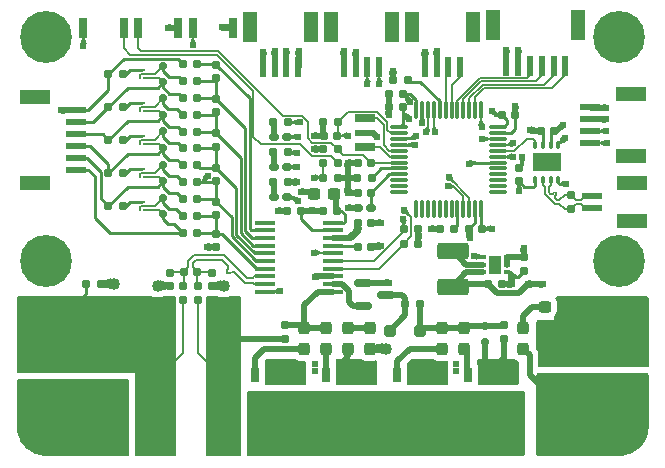
<source format=gbr>
%TF.GenerationSoftware,KiCad,Pcbnew,7.0.6*%
%TF.CreationDate,2024-01-08T01:59:36+08:00*%
%TF.ProjectId,CawBMS,43617742-4d53-42e6-9b69-6361645f7063,rev?*%
%TF.SameCoordinates,Original*%
%TF.FileFunction,Copper,L1,Top*%
%TF.FilePolarity,Positive*%
%FSLAX46Y46*%
G04 Gerber Fmt 4.6, Leading zero omitted, Abs format (unit mm)*
G04 Created by KiCad (PCBNEW 7.0.6) date 2024-01-08 01:59:36*
%MOMM*%
%LPD*%
G01*
G04 APERTURE LIST*
G04 Aperture macros list*
%AMRoundRect*
0 Rectangle with rounded corners*
0 $1 Rounding radius*
0 $2 $3 $4 $5 $6 $7 $8 $9 X,Y pos of 4 corners*
0 Add a 4 corners polygon primitive as box body*
4,1,4,$2,$3,$4,$5,$6,$7,$8,$9,$2,$3,0*
0 Add four circle primitives for the rounded corners*
1,1,$1+$1,$2,$3*
1,1,$1+$1,$4,$5*
1,1,$1+$1,$6,$7*
1,1,$1+$1,$8,$9*
0 Add four rect primitives between the rounded corners*
20,1,$1+$1,$2,$3,$4,$5,0*
20,1,$1+$1,$4,$5,$6,$7,0*
20,1,$1+$1,$6,$7,$8,$9,0*
20,1,$1+$1,$8,$9,$2,$3,0*%
G04 Aperture macros list end*
%TA.AperFunction,ComponentPad*%
%ADD10C,0.700000*%
%TD*%
%TA.AperFunction,ComponentPad*%
%ADD11C,4.400000*%
%TD*%
%TA.AperFunction,SMDPad,CuDef*%
%ADD12R,0.749000X1.300000*%
%TD*%
%TA.AperFunction,SMDPad,CuDef*%
%ADD13R,4.560000X4.000000*%
%TD*%
%TA.AperFunction,SMDPad,CuDef*%
%ADD14RoundRect,0.150000X0.200000X-0.150000X0.200000X0.150000X-0.200000X0.150000X-0.200000X-0.150000X0*%
%TD*%
%TA.AperFunction,SMDPad,CuDef*%
%ADD15RoundRect,0.155000X-0.212500X-0.155000X0.212500X-0.155000X0.212500X0.155000X-0.212500X0.155000X0*%
%TD*%
%TA.AperFunction,SMDPad,CuDef*%
%ADD16RoundRect,0.160000X-0.197500X-0.160000X0.197500X-0.160000X0.197500X0.160000X-0.197500X0.160000X0*%
%TD*%
%TA.AperFunction,SMDPad,CuDef*%
%ADD17RoundRect,0.249999X-0.450001X-1.425001X0.450001X-1.425001X0.450001X1.425001X-0.450001X1.425001X0*%
%TD*%
%TA.AperFunction,SMDPad,CuDef*%
%ADD18R,0.500000X1.700000*%
%TD*%
%TA.AperFunction,SMDPad,CuDef*%
%ADD19R,1.200000X2.500000*%
%TD*%
%TA.AperFunction,SMDPad,CuDef*%
%ADD20RoundRect,0.155000X-0.155000X0.212500X-0.155000X-0.212500X0.155000X-0.212500X0.155000X0.212500X0*%
%TD*%
%TA.AperFunction,SMDPad,CuDef*%
%ADD21R,0.800000X1.700000*%
%TD*%
%TA.AperFunction,SMDPad,CuDef*%
%ADD22RoundRect,0.250000X-0.650000X1.500000X-0.650000X-1.500000X0.650000X-1.500000X0.650000X1.500000X0*%
%TD*%
%TA.AperFunction,SMDPad,CuDef*%
%ADD23RoundRect,0.237500X-0.237500X0.300000X-0.237500X-0.300000X0.237500X-0.300000X0.237500X0.300000X0*%
%TD*%
%TA.AperFunction,SMDPad,CuDef*%
%ADD24RoundRect,0.160000X0.160000X-0.197500X0.160000X0.197500X-0.160000X0.197500X-0.160000X-0.197500X0*%
%TD*%
%TA.AperFunction,SMDPad,CuDef*%
%ADD25RoundRect,0.250001X1.074999X-0.462499X1.074999X0.462499X-1.074999X0.462499X-1.074999X-0.462499X0*%
%TD*%
%TA.AperFunction,SMDPad,CuDef*%
%ADD26RoundRect,0.160000X-0.222500X-0.160000X0.222500X-0.160000X0.222500X0.160000X-0.222500X0.160000X0*%
%TD*%
%TA.AperFunction,SMDPad,CuDef*%
%ADD27RoundRect,0.250000X0.250000X0.250000X-0.250000X0.250000X-0.250000X-0.250000X0.250000X-0.250000X0*%
%TD*%
%TA.AperFunction,SMDPad,CuDef*%
%ADD28RoundRect,0.155000X0.212500X0.155000X-0.212500X0.155000X-0.212500X-0.155000X0.212500X-0.155000X0*%
%TD*%
%TA.AperFunction,SMDPad,CuDef*%
%ADD29RoundRect,0.237500X-0.300000X-0.237500X0.300000X-0.237500X0.300000X0.237500X-0.300000X0.237500X0*%
%TD*%
%TA.AperFunction,SMDPad,CuDef*%
%ADD30R,0.150000X0.250000*%
%TD*%
%TA.AperFunction,SMDPad,CuDef*%
%ADD31R,0.500000X0.250000*%
%TD*%
%TA.AperFunction,SMDPad,CuDef*%
%ADD32RoundRect,0.160000X0.197500X0.160000X-0.197500X0.160000X-0.197500X-0.160000X0.197500X-0.160000X0*%
%TD*%
%TA.AperFunction,SMDPad,CuDef*%
%ADD33RoundRect,0.237500X0.237500X-0.300000X0.237500X0.300000X-0.237500X0.300000X-0.237500X-0.300000X0*%
%TD*%
%TA.AperFunction,ComponentPad*%
%ADD34RoundRect,1.500000X-1.000000X-1.000000X1.000000X-1.000000X1.000000X1.000000X-1.000000X1.000000X0*%
%TD*%
%TA.AperFunction,SMDPad,CuDef*%
%ADD35RoundRect,0.250000X0.650000X-1.500000X0.650000X1.500000X-0.650000X1.500000X-0.650000X-1.500000X0*%
%TD*%
%TA.AperFunction,SMDPad,CuDef*%
%ADD36R,1.700000X0.500000*%
%TD*%
%TA.AperFunction,SMDPad,CuDef*%
%ADD37R,2.500000X1.200000*%
%TD*%
%TA.AperFunction,SMDPad,CuDef*%
%ADD38O,0.350000X0.840000*%
%TD*%
%TA.AperFunction,SMDPad,CuDef*%
%ADD39R,2.400000X1.650000*%
%TD*%
%TA.AperFunction,SMDPad,CuDef*%
%ADD40RoundRect,0.237500X-0.237500X0.287500X-0.237500X-0.287500X0.237500X-0.287500X0.237500X0.287500X0*%
%TD*%
%TA.AperFunction,SMDPad,CuDef*%
%ADD41RoundRect,0.155000X0.155000X-0.212500X0.155000X0.212500X-0.155000X0.212500X-0.155000X-0.212500X0*%
%TD*%
%TA.AperFunction,SMDPad,CuDef*%
%ADD42O,0.607000X0.364000*%
%TD*%
%TA.AperFunction,SMDPad,CuDef*%
%ADD43R,1.000000X1.600000*%
%TD*%
%TA.AperFunction,SMDPad,CuDef*%
%ADD44RoundRect,0.075000X-0.662500X-0.075000X0.662500X-0.075000X0.662500X0.075000X-0.662500X0.075000X0*%
%TD*%
%TA.AperFunction,SMDPad,CuDef*%
%ADD45RoundRect,0.075000X-0.075000X-0.662500X0.075000X-0.662500X0.075000X0.662500X-0.075000X0.662500X0*%
%TD*%
%TA.AperFunction,SMDPad,CuDef*%
%ADD46R,1.700000X0.650000*%
%TD*%
%TA.AperFunction,SMDPad,CuDef*%
%ADD47O,1.742000X0.364000*%
%TD*%
%TA.AperFunction,SMDPad,CuDef*%
%ADD48RoundRect,0.150000X-0.587500X-0.150000X0.587500X-0.150000X0.587500X0.150000X-0.587500X0.150000X0*%
%TD*%
%TA.AperFunction,SMDPad,CuDef*%
%ADD49RoundRect,0.237500X0.300000X0.237500X-0.300000X0.237500X-0.300000X-0.237500X0.300000X-0.237500X0*%
%TD*%
%TA.AperFunction,ViaPad*%
%ADD50C,0.609600*%
%TD*%
%TA.AperFunction,ViaPad*%
%ADD51C,1.016000*%
%TD*%
%TA.AperFunction,Conductor*%
%ADD52C,0.254000*%
%TD*%
%TA.AperFunction,Conductor*%
%ADD53C,0.508000*%
%TD*%
%TA.AperFunction,Conductor*%
%ADD54C,0.152400*%
%TD*%
%TA.AperFunction,Conductor*%
%ADD55C,0.127000*%
%TD*%
%TA.AperFunction,Conductor*%
%ADD56C,0.129286*%
%TD*%
G04 APERTURE END LIST*
D10*
%TO.P,H4,1,1*%
%TO.N,unconnected-(H4-Pad1)*%
X159350000Y-113500000D03*
X159833274Y-112333274D03*
X159833274Y-114666726D03*
X161000000Y-111850000D03*
D11*
X161000000Y-113500000D03*
D10*
X161000000Y-115150000D03*
X162166726Y-112333274D03*
X162166726Y-114666726D03*
X162650000Y-113500000D03*
%TD*%
D12*
%TO.P,Q6,1,S*%
%TO.N,Net-(C25-Pad1)*%
X133985000Y-123165000D03*
%TO.P,Q6,2,S*%
X132715000Y-123165000D03*
%TO.P,Q6,3,S*%
X131445000Y-123165000D03*
%TO.P,Q6,4,G*%
%TO.N,Net-(Q6-G)*%
X130175000Y-123165000D03*
%TO.P,Q6,5,D*%
%TO.N,Net-(Q6-D-Pad5)*%
X130175000Y-128803000D03*
%TO.P,Q6,6,D*%
X131445000Y-128803000D03*
%TO.P,Q6,7,D*%
X132715000Y-128803000D03*
%TO.P,Q6,8,D*%
X133985000Y-128778000D03*
D13*
X132080000Y-126721000D03*
%TD*%
D14*
%TO.P,D12,1,K*%
%TO.N,Net-(D11-K)*%
X149663176Y-118986000D03*
%TO.P,D12,2,A*%
%TO.N,PACK-*%
X149663176Y-120386000D03*
%TD*%
D15*
%TO.P,C3,1*%
%TO.N,+3.3V*%
X151070500Y-101092000D03*
%TO.P,C3,2*%
%TO.N,GND*%
X152205500Y-101092000D03*
%TD*%
D16*
%TO.P,R21,1*%
%TO.N,Net-(D5-A)*%
X124087000Y-102538444D03*
%TO.P,R21,2*%
%TO.N,/BQ76920/VC3*%
X125282000Y-102538444D03*
%TD*%
D17*
%TO.P,R34,1*%
%TO.N,-BATT*%
X121662000Y-127762000D03*
%TO.P,R34,2*%
%TO.N,Net-(C25-Pad1)*%
X127762000Y-127762000D03*
%TD*%
D18*
%TO.P,CN1,1,1*%
%TO.N,GND*%
X133834000Y-97077000D03*
%TO.P,CN1,2,2*%
X132834000Y-97077000D03*
%TO.P,CN1,3,3*%
%TO.N,+3.3V*%
X131834000Y-97077000D03*
%TO.P,CN1,4,4*%
%TO.N,+5V*%
X130834000Y-97077000D03*
D19*
%TO.P,CN1,5,5*%
%TO.N,unconnected-(CN1-Pad5)*%
X134934000Y-93677000D03*
%TO.P,CN1,6,6*%
%TO.N,unconnected-(CN1-Pad6)*%
X129734000Y-93677000D03*
%TD*%
D10*
%TO.P,H2,1,1*%
%TO.N,unconnected-(H2-Pad1)*%
X159350000Y-94500000D03*
X159833274Y-93333274D03*
X159833274Y-95666726D03*
X161000000Y-92850000D03*
D11*
X161000000Y-94500000D03*
D10*
X161000000Y-96150000D03*
X162166726Y-93333274D03*
X162166726Y-95666726D03*
X162650000Y-94500000D03*
%TD*%
D16*
%TO.P,R27,1*%
%TO.N,Net-(D8-A)*%
X124087000Y-111125000D03*
%TO.P,R27,2*%
%TO.N,/BQ76920/VC0*%
X125282000Y-111125000D03*
%TD*%
D20*
%TO.P,C10,1*%
%TO.N,/BQ76920/VC4*%
X126873000Y-99782000D03*
%TO.P,C10,2*%
%TO.N,/BQ76920/VC3*%
X126873000Y-100917000D03*
%TD*%
D12*
%TO.P,Q8,1,S*%
%TO.N,PACK-*%
X146007666Y-123165000D03*
%TO.P,Q8,2,S*%
X144737666Y-123165000D03*
%TO.P,Q8,3,S*%
X143467666Y-123165000D03*
%TO.P,Q8,4,G*%
%TO.N,Net-(Q8-G)*%
X142197666Y-123165000D03*
%TO.P,Q8,5,D*%
%TO.N,Net-(Q6-D-Pad5)*%
X142197666Y-128803000D03*
%TO.P,Q8,6,D*%
X143467666Y-128803000D03*
%TO.P,Q8,7,D*%
X144737666Y-128803000D03*
%TO.P,Q8,8,D*%
X146007666Y-128778000D03*
D13*
X144102666Y-126721000D03*
%TD*%
D16*
%TO.P,R24,1*%
%TO.N,Net-(D7-K)*%
X124087000Y-106813777D03*
%TO.P,R24,2*%
%TO.N,/BQ76920/VC1*%
X125282000Y-106813777D03*
%TD*%
D21*
%TO.P,SW1,1,1*%
%TO.N,GND*%
X123683500Y-93726000D03*
%TO.P,SW1,2,2*%
%TO.N,/RESET*%
X120283500Y-93726000D03*
%TD*%
D10*
%TO.P,H1,1,1*%
%TO.N,unconnected-(H1-Pad1)*%
X110850000Y-94500000D03*
X111333274Y-93333274D03*
X111333274Y-95666726D03*
X112500000Y-92850000D03*
D11*
X112500000Y-94500000D03*
D10*
X112500000Y-96150000D03*
X113666726Y-93333274D03*
X113666726Y-95666726D03*
X114150000Y-94500000D03*
%TD*%
D22*
%TO.P,D9,1,A1*%
%TO.N,-BATT*%
X118110000Y-120436000D03*
%TO.P,D9,2,A2*%
%TO.N,PACK+*%
X118110000Y-125436000D03*
%TD*%
D23*
%TO.P,C26,1*%
%TO.N,Net-(C25-Pad2)*%
X139888088Y-119178500D03*
%TO.P,C26,2*%
%TO.N,PACK-*%
X139888088Y-120903500D03*
%TD*%
D16*
%TO.P,R37,1*%
%TO.N,-BATT*%
X115902500Y-115443000D03*
%TO.P,R37,2*%
%TO.N,GND*%
X117097500Y-115443000D03*
%TD*%
D24*
%TO.P,R40,1*%
%TO.N,PACK-*%
X151229448Y-120088500D03*
%TO.P,R40,2*%
%TO.N,Net-(D11-K)*%
X151229448Y-118893500D03*
%TD*%
D14*
%TO.P,D4,1,K*%
%TO.N,Net-(D4-K)*%
X122398500Y-96963000D03*
%TO.P,D4,2,A*%
%TO.N,Net-(D4-A)*%
X122398500Y-98363000D03*
%TD*%
D16*
%TO.P,R16,1*%
%TO.N,Net-(D7-A)*%
X117766500Y-108839000D03*
%TO.P,R16,2*%
%TO.N,Net-(Q5-D)*%
X118961500Y-108839000D03*
%TD*%
D20*
%TO.P,C23,1*%
%TO.N,/BQ76920/SRN*%
X126492000Y-114494500D03*
%TO.P,C23,2*%
%TO.N,GND*%
X126492000Y-115629500D03*
%TD*%
D25*
%TO.P,L2,1*%
%TO.N,+3.3V*%
X146939000Y-115660500D03*
%TO.P,L2,2*%
%TO.N,Net-(U3-L)*%
X146939000Y-112685500D03*
%TD*%
D14*
%TO.P,D8,1,K*%
%TO.N,Net-(D8-K)*%
X122398500Y-108139000D03*
%TO.P,D8,2,A*%
%TO.N,Net-(D8-A)*%
X122398500Y-109539000D03*
%TD*%
D26*
%TO.P,L1,1*%
%TO.N,+3.3V*%
X138881500Y-108966000D03*
%TO.P,L1,2*%
%TO.N,+3.3VA*%
X140026500Y-108966000D03*
%TD*%
D27*
%TO.P,D11,1,K*%
%TO.N,Net-(D11-K)*%
X144125000Y-119380000D03*
%TO.P,D11,2,A*%
%TO.N,Net-(D11-A)*%
X141625000Y-119380000D03*
%TD*%
D28*
%TO.P,C18,1*%
%TO.N,GND*%
X140013500Y-112268000D03*
%TO.P,C18,2*%
%TO.N,Net-(U4-CAP1)*%
X138878500Y-112268000D03*
%TD*%
D29*
%TO.P,C28,1*%
%TO.N,Net-(C27-Pad2)*%
X154712500Y-117348000D03*
%TO.P,C28,2*%
%TO.N,PACK-*%
X156437500Y-117348000D03*
%TD*%
D16*
%TO.P,R12,1*%
%TO.N,/BQ76920/BAT*%
X117766500Y-97663000D03*
%TO.P,R12,2*%
%TO.N,Net-(Q1-D)*%
X118961500Y-97663000D03*
%TD*%
%TO.P,R25,1*%
%TO.N,Net-(D7-A)*%
X124087000Y-108238888D03*
%TO.P,R25,2*%
%TO.N,/BQ76920/VC1*%
X125282000Y-108238888D03*
%TD*%
D30*
%TO.P,Q1,1,G*%
%TO.N,Net-(D4-K)*%
X120445500Y-97988000D03*
%TO.P,Q1,2,S*%
%TO.N,Net-(D4-A)*%
X120795500Y-97988000D03*
D31*
%TO.P,Q1,3,D*%
%TO.N,Net-(Q1-D)*%
X120620500Y-97338000D03*
%TD*%
D16*
%TO.P,R38,1*%
%TO.N,GND*%
X135965000Y-101727000D03*
%TO.P,R38,2*%
%TO.N,/ALERT*%
X137160000Y-101727000D03*
%TD*%
D20*
%TO.P,C12,1*%
%TO.N,/BQ76920/VC2*%
X126873000Y-105585000D03*
%TO.P,C12,2*%
%TO.N,/BQ76920/VC1*%
X126873000Y-106720000D03*
%TD*%
D18*
%TO.P,CN2,1,1*%
%TO.N,/I2C2_SDA*%
X140692000Y-97077000D03*
%TO.P,CN2,2,2*%
%TO.N,/I2C2_SCL*%
X139692000Y-97077000D03*
%TO.P,CN2,3,3*%
%TO.N,GND*%
X138692000Y-97077000D03*
%TO.P,CN2,4,4*%
%TO.N,+3.3V*%
X137692000Y-97077000D03*
D19*
%TO.P,CN2,5,5*%
%TO.N,unconnected-(CN2-Pad5)*%
X141792000Y-93677000D03*
%TO.P,CN2,6,6*%
%TO.N,unconnected-(CN2-Pad6)*%
X136592000Y-93677000D03*
%TD*%
D28*
%TO.P,C6,1*%
%TO.N,+3.3VA*%
X140021500Y-107696000D03*
%TO.P,C6,2*%
%TO.N,GND*%
X138886500Y-107696000D03*
%TD*%
D32*
%TO.P,R28,1*%
%TO.N,GND*%
X137160000Y-106426000D03*
%TO.P,R28,2*%
%TO.N,Net-(U4-TS1)*%
X135965000Y-106426000D03*
%TD*%
%TO.P,R5,1*%
%TO.N,+3.3V*%
X143980500Y-112014000D03*
%TO.P,R5,2*%
%TO.N,/I2C1_SDA*%
X142785500Y-112014000D03*
%TD*%
D33*
%TO.P,C27,1*%
%TO.N,PACK+*%
X152825720Y-120903500D03*
%TO.P,C27,2*%
%TO.N,Net-(C27-Pad2)*%
X152825720Y-119178500D03*
%TD*%
D12*
%TO.P,Q9,1,S*%
%TO.N,PACK-*%
X152019000Y-123165000D03*
%TO.P,Q9,2,S*%
X150749000Y-123165000D03*
%TO.P,Q9,3,S*%
X149479000Y-123165000D03*
%TO.P,Q9,4,G*%
%TO.N,Net-(Q9-G)*%
X148209000Y-123165000D03*
%TO.P,Q9,5,D*%
%TO.N,Net-(Q6-D-Pad5)*%
X148209000Y-128803000D03*
%TO.P,Q9,6,D*%
X149479000Y-128803000D03*
%TO.P,Q9,7,D*%
X150749000Y-128803000D03*
%TO.P,Q9,8,D*%
X152019000Y-128778000D03*
D13*
X150114000Y-126721000D03*
%TD*%
D30*
%TO.P,Q2,1,G*%
%TO.N,Net-(D5-K)*%
X120445500Y-100782000D03*
%TO.P,Q2,2,S*%
%TO.N,Net-(D5-A)*%
X120795500Y-100782000D03*
D31*
%TO.P,Q2,3,D*%
%TO.N,Net-(Q2-D)*%
X120620500Y-100132000D03*
%TD*%
D15*
%TO.P,C5,1*%
%TO.N,+5V*%
X154372500Y-102489000D03*
%TO.P,C5,2*%
%TO.N,GND*%
X155507500Y-102489000D03*
%TD*%
D21*
%TO.P,SW2,1,1*%
%TO.N,/KEY_A*%
X124919000Y-93726000D03*
%TO.P,SW2,2,2*%
%TO.N,GND*%
X128319000Y-93726000D03*
%TD*%
D16*
%TO.P,R20,1*%
%TO.N,Net-(D5-K)*%
X124087000Y-101113333D03*
%TO.P,R20,2*%
%TO.N,/BQ76920/VC3*%
X125282000Y-101113333D03*
%TD*%
D34*
%TO.P,H7,1,1*%
%TO.N,PACK+*%
X160528000Y-126627000D03*
%TD*%
D35*
%TO.P,D10,1,K*%
%TO.N,PACK+*%
X155702000Y-125391000D03*
%TO.P,D10,2,A*%
%TO.N,PACK-*%
X155702000Y-120391000D03*
%TD*%
D18*
%TO.P,CN3,1,1*%
%TO.N,/SPI1_NSS*%
X156456000Y-96950000D03*
%TO.P,CN3,2,2*%
%TO.N,/SPI1_SCK*%
X155456000Y-96950000D03*
%TO.P,CN3,3,3*%
%TO.N,/SPI1_MISO*%
X154456000Y-96950000D03*
%TO.P,CN3,4,4*%
%TO.N,/SPI1_MOSI*%
X153456000Y-96950000D03*
%TO.P,CN3,5,5*%
%TO.N,GND*%
X152456000Y-96950000D03*
%TO.P,CN3,6,6*%
%TO.N,+3.3V*%
X151456000Y-96950000D03*
D19*
%TO.P,CN3,7,7*%
%TO.N,unconnected-(CN3-Pad7)*%
X150356000Y-93550000D03*
%TO.P,CN3,8,8*%
%TO.N,unconnected-(CN3-Pad8)*%
X157556000Y-93550000D03*
%TD*%
D30*
%TO.P,Q5,1,G*%
%TO.N,Net-(D8-K)*%
X120445500Y-109164000D03*
%TO.P,Q5,2,S*%
%TO.N,Net-(D8-A)*%
X120795500Y-109164000D03*
D31*
%TO.P,Q5,3,D*%
%TO.N,Net-(Q5-D)*%
X120620500Y-108514000D03*
%TD*%
D20*
%TO.P,C11,1*%
%TO.N,/BQ76920/VC3*%
X126873000Y-102683500D03*
%TO.P,C11,2*%
%TO.N,/BQ76920/VC2*%
X126873000Y-103818500D03*
%TD*%
D14*
%TO.P,D7,1,K*%
%TO.N,Net-(D7-K)*%
X122398500Y-105333750D03*
%TO.P,D7,2,A*%
%TO.N,Net-(D7-A)*%
X122398500Y-106733750D03*
%TD*%
D30*
%TO.P,Q3,1,G*%
%TO.N,Net-(D6-K)*%
X120445500Y-103576000D03*
%TO.P,Q3,2,S*%
%TO.N,Net-(D6-A)*%
X120795500Y-103576000D03*
D31*
%TO.P,Q3,3,D*%
%TO.N,Net-(Q3-D)*%
X120620500Y-102926000D03*
%TD*%
D32*
%TO.P,R39,1*%
%TO.N,Net-(D11-K)*%
X144107500Y-117094000D03*
%TO.P,R39,2*%
%TO.N,Net-(D11-A)*%
X142912500Y-117094000D03*
%TD*%
D36*
%TO.P,U5,1,1*%
%TO.N,/CAN_N*%
X158701000Y-109000000D03*
%TO.P,U5,2,2*%
%TO.N,/CAN_P*%
X158701000Y-108000000D03*
D37*
%TO.P,U5,3,3*%
%TO.N,unconnected-(U5-Pad3)*%
X162101000Y-106900000D03*
%TO.P,U5,4,4*%
%TO.N,unconnected-(U5-Pad4)*%
X162101000Y-110100000D03*
%TD*%
D38*
%TO.P,U2,1,TXD*%
%TO.N,/CAN_TX*%
X155859000Y-103632000D03*
%TO.P,U2,2,GND*%
%TO.N,GND*%
X155209000Y-103632000D03*
%TO.P,U2,3,VCC*%
%TO.N,+5V*%
X154559000Y-103632000D03*
%TO.P,U2,4,RXD*%
%TO.N,/CAN_RX*%
X153909000Y-103632000D03*
%TO.P,U2,5,NC/VIO*%
%TO.N,+3.3V*%
X153909000Y-106622000D03*
%TO.P,U2,6,CANL*%
%TO.N,/CAN_N*%
X154559000Y-106622000D03*
%TO.P,U2,7,CANH*%
%TO.N,/CAN_P*%
X155209000Y-106622000D03*
%TO.P,U2,8,STB*%
%TO.N,/CAN_STB*%
X155859000Y-106622000D03*
D39*
%TO.P,U2,9,EP*%
%TO.N,GND*%
X154884000Y-105127000D03*
%TD*%
D26*
%TO.P,D2,1,K*%
%TO.N,Net-(D2-K)*%
X131761500Y-105533800D03*
%TO.P,D2,2,A*%
%TO.N,+3.3V*%
X132906500Y-105533800D03*
%TD*%
D32*
%TO.P,R29,1*%
%TO.N,Net-(R29-Pad1)*%
X137160000Y-105156000D03*
%TO.P,R29,2*%
%TO.N,Net-(U4-TS1)*%
X135965000Y-105156000D03*
%TD*%
D14*
%TO.P,D5,1,K*%
%TO.N,Net-(D5-K)*%
X122398500Y-99723250D03*
%TO.P,D5,2,A*%
%TO.N,Net-(D5-A)*%
X122398500Y-101123250D03*
%TD*%
D24*
%TO.P,R35,1*%
%TO.N,Net-(C25-Pad1)*%
X125349000Y-116802500D03*
%TO.P,R35,2*%
%TO.N,/BQ76920/SRN*%
X125349000Y-115607500D03*
%TD*%
D28*
%TO.P,C2,1*%
%TO.N,+3.3V*%
X149411500Y-110744000D03*
%TO.P,C2,2*%
%TO.N,GND*%
X148276500Y-110744000D03*
%TD*%
D30*
%TO.P,Q4,1,G*%
%TO.N,Net-(D7-K)*%
X120445500Y-106370000D03*
%TO.P,Q4,2,S*%
%TO.N,Net-(D7-A)*%
X120795500Y-106370000D03*
D31*
%TO.P,Q4,3,D*%
%TO.N,Net-(Q4-D)*%
X120620500Y-105720000D03*
%TD*%
D24*
%TO.P,R6,1*%
%TO.N,/CAN_N*%
X156920000Y-109097500D03*
%TO.P,R6,2*%
%TO.N,/CAN_P*%
X156920000Y-107902500D03*
%TD*%
D16*
%TO.P,R19,1*%
%TO.N,Net-(D4-A)*%
X124087000Y-99688222D03*
%TO.P,R19,2*%
%TO.N,/BQ76920/VC4*%
X125282000Y-99688222D03*
%TD*%
D40*
%TO.P,L3,1*%
%TO.N,/BQ76920/DSG*%
X136175544Y-119166000D03*
%TO.P,L3,2*%
%TO.N,Net-(Q7-G)*%
X136175544Y-120916000D03*
%TD*%
D33*
%TO.P,C25,1*%
%TO.N,Net-(C25-Pad1)*%
X138031816Y-120903500D03*
%TO.P,C25,2*%
%TO.N,Net-(C25-Pad2)*%
X138031816Y-119178500D03*
%TD*%
D40*
%TO.P,L4,1*%
%TO.N,/BQ76920/DSG*%
X134319272Y-119166000D03*
%TO.P,L4,2*%
%TO.N,Net-(Q6-G)*%
X134319272Y-120916000D03*
%TD*%
D28*
%TO.P,C1,1*%
%TO.N,+3.3V*%
X142688500Y-100465000D03*
%TO.P,C1,2*%
%TO.N,GND*%
X141553500Y-100465000D03*
%TD*%
D16*
%TO.P,R22,1*%
%TO.N,Net-(D6-K)*%
X124087000Y-103963555D03*
%TO.P,R22,2*%
%TO.N,/BQ76920/VC2*%
X125282000Y-103963555D03*
%TD*%
D41*
%TO.P,C7,1*%
%TO.N,+3.3V*%
X152527000Y-106739500D03*
%TO.P,C7,2*%
%TO.N,GND*%
X152527000Y-105604500D03*
%TD*%
D20*
%TO.P,C9,1*%
%TO.N,/BQ76920/VC5*%
X126873000Y-96880500D03*
%TO.P,C9,2*%
%TO.N,/BQ76920/VC4*%
X126873000Y-98015500D03*
%TD*%
D36*
%TO.P,CN5,1,1*%
%TO.N,/SWDIO*%
X158574000Y-103489000D03*
%TO.P,CN5,2,2*%
%TO.N,/SWCLK*%
X158574000Y-102489000D03*
%TO.P,CN5,3,3*%
%TO.N,GND*%
X158574000Y-101489000D03*
%TO.P,CN5,4,4*%
%TO.N,+3.3V*%
X158574000Y-100489000D03*
D37*
%TO.P,CN5,5,5*%
%TO.N,unconnected-(CN5-Pad5)*%
X161974000Y-104589000D03*
%TO.P,CN5,6,6*%
%TO.N,unconnected-(CN5-Pad6)*%
X161974000Y-99389000D03*
%TD*%
D28*
%TO.P,C4,1*%
%TO.N,+3.3V*%
X142688500Y-99322000D03*
%TO.P,C4,2*%
%TO.N,GND*%
X141553500Y-99322000D03*
%TD*%
D15*
%TO.P,C22,1*%
%TO.N,/BQ76920/SRP*%
X124154500Y-114435000D03*
%TO.P,C22,2*%
%TO.N,/BQ76920/SRN*%
X125289500Y-114435000D03*
%TD*%
D24*
%TO.P,R31,1*%
%TO.N,-BATT*%
X124079000Y-116802500D03*
%TO.P,R31,2*%
%TO.N,/BQ76920/SRP*%
X124079000Y-115607500D03*
%TD*%
D16*
%TO.P,R15,1*%
%TO.N,Net-(D6-A)*%
X117766500Y-106045000D03*
%TO.P,R15,2*%
%TO.N,Net-(Q4-D)*%
X118961500Y-106045000D03*
%TD*%
D17*
%TO.P,R33,1*%
%TO.N,-BATT*%
X121662000Y-123698000D03*
%TO.P,R33,2*%
%TO.N,Net-(C25-Pad1)*%
X127762000Y-123698000D03*
%TD*%
D26*
%TO.P,D3,1,K*%
%TO.N,Net-(D3-K)*%
X131761500Y-108077000D03*
%TO.P,D3,2,A*%
%TO.N,+3.3V*%
X132906500Y-108077000D03*
%TD*%
D16*
%TO.P,R9,1*%
%TO.N,Net-(D2-K)*%
X131736500Y-104262200D03*
%TO.P,R9,2*%
%TO.N,/LED_B*%
X132931500Y-104262200D03*
%TD*%
D41*
%TO.P,C21,1*%
%TO.N,GND*%
X122936000Y-115629500D03*
%TO.P,C21,2*%
%TO.N,/BQ76920/SRP*%
X122936000Y-114494500D03*
%TD*%
D42*
%TO.P,U3,1,GND*%
%TO.N,GND*%
X151523000Y-114442000D03*
%TO.P,U3,2,VOUT*%
%TO.N,+5V*%
X151523000Y-113792000D03*
%TO.P,U3,3,FB*%
X151523000Y-113142000D03*
%TO.P,U3,4,EN*%
%TO.N,+3.3V*%
X149467000Y-113142000D03*
%TO.P,U3,5,L*%
%TO.N,Net-(U3-L)*%
X149467000Y-113792000D03*
%TO.P,U3,6,VIN*%
%TO.N,+3.3V*%
X149467000Y-114442000D03*
D43*
%TO.P,U3,7,PP*%
%TO.N,GND*%
X150495000Y-113792000D03*
%TD*%
D34*
%TO.P,H8,1,1*%
%TO.N,PACK-*%
X160528000Y-119181000D03*
%TD*%
D16*
%TO.P,R2,1*%
%TO.N,GND*%
X141896500Y-98179000D03*
%TO.P,R2,2*%
%TO.N,Net-(U1-BOOT0)*%
X143091500Y-98179000D03*
%TD*%
D44*
%TO.P,U1,1,VBAT*%
%TO.N,+3.3V*%
X142403500Y-102160000D03*
%TO.P,U1,2,PC13*%
%TO.N,/ALERT*%
X142403500Y-102660000D03*
%TO.P,U1,3,PC14*%
%TO.N,/LED_A*%
X142403500Y-103160000D03*
%TO.P,U1,4,PC15*%
%TO.N,/LED_B*%
X142403500Y-103660000D03*
%TO.P,U1,5,PD0*%
%TO.N,/HSE_IN*%
X142403500Y-104160000D03*
%TO.P,U1,6,PD1*%
%TO.N,/HSE_OUT*%
X142403500Y-104660000D03*
%TO.P,U1,7,NRST*%
%TO.N,/RESET*%
X142403500Y-105160000D03*
%TO.P,U1,8,VSSA*%
%TO.N,Net-(U1-VSSA)*%
X142403500Y-105660000D03*
%TO.P,U1,9,VDDA*%
%TO.N,+3.3VA*%
X142403500Y-106160000D03*
%TO.P,U1,10,PA0*%
%TO.N,unconnected-(U1-PA0-Pad10)*%
X142403500Y-106660000D03*
%TO.P,U1,11,PA1*%
%TO.N,unconnected-(U1-PA1-Pad11)*%
X142403500Y-107160000D03*
%TO.P,U1,12,PA2*%
%TO.N,unconnected-(U1-PA2-Pad12)*%
X142403500Y-107660000D03*
D45*
%TO.P,U1,13,PA3*%
%TO.N,unconnected-(U1-PA3-Pad13)*%
X143816000Y-109072500D03*
%TO.P,U1,14,PA4*%
%TO.N,unconnected-(U1-PA4-Pad14)*%
X144316000Y-109072500D03*
%TO.P,U1,15,PA5*%
%TO.N,unconnected-(U1-PA5-Pad15)*%
X144816000Y-109072500D03*
%TO.P,U1,16,PA6*%
%TO.N,unconnected-(U1-PA6-Pad16)*%
X145316000Y-109072500D03*
%TO.P,U1,17,PA7*%
%TO.N,unconnected-(U1-PA7-Pad17)*%
X145816000Y-109072500D03*
%TO.P,U1,18,PB0*%
%TO.N,unconnected-(U1-PB0-Pad18)*%
X146316000Y-109072500D03*
%TO.P,U1,19,PB1*%
%TO.N,unconnected-(U1-PB1-Pad19)*%
X146816000Y-109072500D03*
%TO.P,U1,20,PB2*%
%TO.N,Net-(U1-PB2)*%
X147316000Y-109072500D03*
%TO.P,U1,21,PB10*%
%TO.N,/I2C2_SCL*%
X147816000Y-109072500D03*
%TO.P,U1,22,PB11*%
%TO.N,/I2C2_SDA*%
X148316000Y-109072500D03*
%TO.P,U1,23,VSS*%
%TO.N,GND*%
X148816000Y-109072500D03*
%TO.P,U1,24,VDD*%
%TO.N,+3.3V*%
X149316000Y-109072500D03*
D44*
%TO.P,U1,25,PB12*%
%TO.N,unconnected-(U1-PB12-Pad25)*%
X150728500Y-107660000D03*
%TO.P,U1,26,PB13*%
%TO.N,unconnected-(U1-PB13-Pad26)*%
X150728500Y-107160000D03*
%TO.P,U1,27,PB14*%
%TO.N,unconnected-(U1-PB14-Pad27)*%
X150728500Y-106660000D03*
%TO.P,U1,28,PB15*%
%TO.N,unconnected-(U1-PB15-Pad28)*%
X150728500Y-106160000D03*
%TO.P,U1,29,PA8*%
%TO.N,unconnected-(U1-PA8-Pad29)*%
X150728500Y-105660000D03*
%TO.P,U1,30,PA9*%
%TO.N,/KEY_A*%
X150728500Y-105160000D03*
%TO.P,U1,31,PA10*%
%TO.N,/CAN_STB*%
X150728500Y-104660000D03*
%TO.P,U1,32,PA11*%
%TO.N,/CAN_RX*%
X150728500Y-104160000D03*
%TO.P,U1,33,PA12*%
%TO.N,/CAN_TX*%
X150728500Y-103660000D03*
%TO.P,U1,34,PA13*%
%TO.N,/SWDIO*%
X150728500Y-103160000D03*
%TO.P,U1,35,VSS*%
%TO.N,GND*%
X150728500Y-102660000D03*
%TO.P,U1,36,VDD*%
%TO.N,+3.3V*%
X150728500Y-102160000D03*
D45*
%TO.P,U1,37,PA14*%
%TO.N,/SWCLK*%
X149316000Y-100747500D03*
%TO.P,U1,38,PA15*%
%TO.N,/SPI1_NSS*%
X148816000Y-100747500D03*
%TO.P,U1,39,PB3*%
%TO.N,/SPI1_SCK*%
X148316000Y-100747500D03*
%TO.P,U1,40,PB4*%
%TO.N,/SPI1_MISO*%
X147816000Y-100747500D03*
%TO.P,U1,41,PB5*%
%TO.N,/SPI1_MOSI*%
X147316000Y-100747500D03*
%TO.P,U1,42,PB6*%
%TO.N,/USART1_TX*%
X146816000Y-100747500D03*
%TO.P,U1,43,PB7*%
%TO.N,/USART1_RX*%
X146316000Y-100747500D03*
%TO.P,U1,44,BOOT0*%
%TO.N,Net-(U1-BOOT0)*%
X145816000Y-100747500D03*
%TO.P,U1,45,PB8*%
%TO.N,/I2C1_SCL*%
X145316000Y-100747500D03*
%TO.P,U1,46,PB9*%
%TO.N,/I2C1_SDA*%
X144816000Y-100747500D03*
%TO.P,U1,47,VSS*%
%TO.N,GND*%
X144316000Y-100747500D03*
%TO.P,U1,48,VDD*%
%TO.N,+3.3V*%
X143816000Y-100747500D03*
%TD*%
D34*
%TO.P,H6,1,1*%
%TO.N,-BATT*%
X113030000Y-119173000D03*
%TD*%
D46*
%TO.P,X1,1,OSC1*%
%TO.N,/HSE_IN*%
X139454000Y-101424000D03*
D36*
%TO.P,X1,2,GND*%
%TO.N,GND*%
X139454000Y-102624000D03*
D46*
%TO.P,X1,3,OSC2*%
%TO.N,/HSE_OUT*%
X139454000Y-103824000D03*
%TD*%
D26*
%TO.P,D1,1,K*%
%TO.N,Net-(D1-K)*%
X131761500Y-102990600D03*
%TO.P,D1,2,A*%
%TO.N,+3.3V*%
X132906500Y-102990600D03*
%TD*%
D16*
%TO.P,R30,1*%
%TO.N,/BQ76920/BAT*%
X135927500Y-109220000D03*
%TO.P,R30,2*%
%TO.N,Net-(U4-BAT)*%
X137122500Y-109220000D03*
%TD*%
%TO.P,R26,1*%
%TO.N,Net-(D8-K)*%
X124087000Y-109664000D03*
%TO.P,R26,2*%
%TO.N,/BQ76920/VC0*%
X125282000Y-109664000D03*
%TD*%
D47*
%TO.P,U4,1,DSG*%
%TO.N,/BQ76920/DSG*%
X136737000Y-116090000D03*
%TO.P,U4,2,CHG*%
%TO.N,/BQ76920/CHG*%
X136737000Y-115440000D03*
%TO.P,U4,3,VSS*%
%TO.N,GND*%
X136737000Y-114790000D03*
%TO.P,U4,4,SDA*%
%TO.N,/I2C1_SDA*%
X136737000Y-114140000D03*
%TO.P,U4,5,SCL*%
%TO.N,/I2C1_SCL*%
X136737000Y-113490000D03*
%TO.P,U4,6,TS1*%
%TO.N,Net-(U4-TS1)*%
X136737000Y-112840000D03*
%TO.P,U4,7,CAP1*%
%TO.N,Net-(U4-CAP1)*%
X136737000Y-112190000D03*
%TO.P,U4,8,REGOUT*%
%TO.N,+3.3V*%
X136737000Y-111540000D03*
%TO.P,U4,9,REGSRC*%
%TO.N,/BQ76920/BAT*%
X136737000Y-110890000D03*
%TO.P,U4,10,BAT*%
%TO.N,Net-(U4-BAT)*%
X136737000Y-110240000D03*
%TO.P,U4,11,NC*%
%TO.N,unconnected-(U4-NC-Pad11)*%
X130995000Y-110240000D03*
%TO.P,U4,12,VC5*%
%TO.N,/BQ76920/VC5*%
X130995000Y-110890000D03*
%TO.P,U4,13,VC4*%
%TO.N,/BQ76920/VC4*%
X130995000Y-111540000D03*
%TO.P,U4,14,VC3*%
%TO.N,/BQ76920/VC3*%
X130995000Y-112190000D03*
%TO.P,U4,15,VC2*%
%TO.N,/BQ76920/VC2*%
X130995000Y-112840000D03*
%TO.P,U4,16,VC1*%
%TO.N,/BQ76920/VC1*%
X130995000Y-113490000D03*
%TO.P,U4,17,VC0*%
%TO.N,/BQ76920/VC0*%
X130995000Y-114140000D03*
%TO.P,U4,18,SRP*%
%TO.N,/BQ76920/SRP*%
X130995000Y-114790000D03*
%TO.P,U4,19,SRN*%
%TO.N,/BQ76920/SRN*%
X130995000Y-115440000D03*
%TO.P,U4,20,ALERT*%
%TO.N,/ALERT*%
X130995000Y-116090000D03*
%TD*%
D34*
%TO.P,H5,1,1*%
%TO.N,PACK+*%
X113030000Y-126492000D03*
%TD*%
D17*
%TO.P,R32,1*%
%TO.N,-BATT*%
X121662000Y-119634000D03*
%TO.P,R32,2*%
%TO.N,Net-(C25-Pad1)*%
X127762000Y-119634000D03*
%TD*%
D32*
%TO.P,R3,1*%
%TO.N,Net-(U1-VSSA)*%
X140043500Y-106426000D03*
%TO.P,R3,2*%
%TO.N,GND*%
X138848500Y-106426000D03*
%TD*%
D10*
%TO.P,H3,1,1*%
%TO.N,unconnected-(H3-Pad1)*%
X110850000Y-113500000D03*
X111333274Y-112333274D03*
X111333274Y-114666726D03*
X112500000Y-111850000D03*
D11*
X112500000Y-113500000D03*
D10*
X112500000Y-115150000D03*
X113666726Y-112333274D03*
X113666726Y-114666726D03*
X114150000Y-113500000D03*
%TD*%
D12*
%TO.P,Q7,1,S*%
%TO.N,Net-(C25-Pad1)*%
X139996333Y-123165000D03*
%TO.P,Q7,2,S*%
X138726333Y-123165000D03*
%TO.P,Q7,3,S*%
X137456333Y-123165000D03*
%TO.P,Q7,4,G*%
%TO.N,Net-(Q7-G)*%
X136186333Y-123165000D03*
%TO.P,Q7,5,D*%
%TO.N,Net-(Q6-D-Pad5)*%
X136186333Y-128803000D03*
%TO.P,Q7,6,D*%
X137456333Y-128803000D03*
%TO.P,Q7,7,D*%
X138726333Y-128803000D03*
%TO.P,Q7,8,D*%
X139996333Y-128778000D03*
D13*
X138091333Y-126721000D03*
%TD*%
D40*
%TO.P,L5,1*%
%TO.N,Net-(D11-K)*%
X145980632Y-119166000D03*
%TO.P,L5,2*%
%TO.N,Net-(Q8-G)*%
X145980632Y-120916000D03*
%TD*%
D16*
%TO.P,R17,1*%
%TO.N,/BQ76920/BAT*%
X124087000Y-96838000D03*
%TO.P,R17,2*%
%TO.N,/BQ76920/VC5*%
X125282000Y-96838000D03*
%TD*%
D15*
%TO.P,C15,1*%
%TO.N,+3.3V*%
X138886500Y-110236000D03*
%TO.P,C15,2*%
%TO.N,GND*%
X140021500Y-110236000D03*
%TD*%
D24*
%TO.P,R36,1*%
%TO.N,Net-(C25-Pad1)*%
X132723000Y-120088500D03*
%TO.P,R36,2*%
%TO.N,/BQ76920/DSG*%
X132723000Y-118893500D03*
%TD*%
D16*
%TO.P,R1,1*%
%TO.N,GND*%
X145841500Y-110744000D03*
%TO.P,R1,2*%
%TO.N,Net-(U1-PB2)*%
X147036500Y-110744000D03*
%TD*%
D18*
%TO.P,CN4,1,1*%
%TO.N,/USART1_TX*%
X147550000Y-97077000D03*
%TO.P,CN4,2,2*%
%TO.N,/USART1_RX*%
X146550000Y-97077000D03*
%TO.P,CN4,3,3*%
%TO.N,GND*%
X145550000Y-97077000D03*
%TO.P,CN4,4,4*%
%TO.N,+3.3V*%
X144550000Y-97077000D03*
D19*
%TO.P,CN4,5,5*%
%TO.N,unconnected-(CN4-Pad5)*%
X148650000Y-93677000D03*
%TO.P,CN4,6,6*%
%TO.N,unconnected-(CN4-Pad6)*%
X143450000Y-93677000D03*
%TD*%
D48*
%TO.P,Q10,1,G*%
%TO.N,GND*%
X139349000Y-115382000D03*
%TO.P,Q10,2,S*%
%TO.N,/BQ76920/CHG*%
X139349000Y-117282000D03*
%TO.P,Q10,3,D*%
%TO.N,Net-(D11-A)*%
X141224000Y-116332000D03*
%TD*%
D16*
%TO.P,R8,1*%
%TO.N,+3.3V*%
X135965000Y-104013000D03*
%TO.P,R8,2*%
%TO.N,/RESET*%
X137160000Y-104013000D03*
%TD*%
D28*
%TO.P,C8,1*%
%TO.N,/RESET*%
X140021500Y-105164000D03*
%TO.P,C8,2*%
%TO.N,GND*%
X138886500Y-105164000D03*
%TD*%
D20*
%TO.P,C14,1*%
%TO.N,/BQ76920/VC0*%
X126873000Y-111167500D03*
%TO.P,C14,2*%
%TO.N,GND*%
X126873000Y-112302500D03*
%TD*%
D21*
%TO.P,SW3,1,1*%
%TO.N,/BQ76920/VC1*%
X115648000Y-93726000D03*
%TO.P,SW3,2,2*%
%TO.N,Net-(R29-Pad1)*%
X119048000Y-93726000D03*
%TD*%
D20*
%TO.P,C13,1*%
%TO.N,/BQ76920/VC1*%
X126873000Y-108486500D03*
%TO.P,C13,2*%
%TO.N,/BQ76920/VC0*%
X126873000Y-109621500D03*
%TD*%
D28*
%TO.P,C17,1*%
%TO.N,/BQ76920/BAT*%
X134044500Y-109220000D03*
%TO.P,C17,2*%
%TO.N,GND*%
X132909500Y-109220000D03*
%TD*%
%TO.P,C24,1*%
%TO.N,/ALERT*%
X137130000Y-102870000D03*
%TO.P,C24,2*%
%TO.N,GND*%
X135995000Y-102870000D03*
%TD*%
D14*
%TO.P,D6,1,K*%
%TO.N,Net-(D6-K)*%
X122398500Y-102528500D03*
%TO.P,D6,2,A*%
%TO.N,Net-(D6-A)*%
X122398500Y-103928500D03*
%TD*%
D32*
%TO.P,R4,1*%
%TO.N,+3.3V*%
X143980500Y-110744000D03*
%TO.P,R4,2*%
%TO.N,/I2C1_SCL*%
X142785500Y-110744000D03*
%TD*%
D40*
%TO.P,L6,1*%
%TO.N,Net-(D11-K)*%
X147836904Y-119166000D03*
%TO.P,L6,2*%
%TO.N,Net-(Q9-G)*%
X147836904Y-120916000D03*
%TD*%
D16*
%TO.P,R14,1*%
%TO.N,Net-(D5-A)*%
X117766500Y-103251000D03*
%TO.P,R14,2*%
%TO.N,Net-(Q3-D)*%
X118961500Y-103251000D03*
%TD*%
%TO.P,R10,1*%
%TO.N,Net-(D3-K)*%
X131736500Y-106805400D03*
%TO.P,R10,2*%
%TO.N,GND*%
X132931500Y-106805400D03*
%TD*%
%TO.P,R7,1*%
%TO.N,Net-(D1-K)*%
X131736500Y-101719000D03*
%TO.P,R7,2*%
%TO.N,/LED_A*%
X132931500Y-101719000D03*
%TD*%
D20*
%TO.P,C20,1*%
%TO.N,+5V*%
X152908000Y-113177500D03*
%TO.P,C20,2*%
%TO.N,GND*%
X152908000Y-114312500D03*
%TD*%
D16*
%TO.P,R23,1*%
%TO.N,Net-(D6-A)*%
X124087000Y-105388666D03*
%TO.P,R23,2*%
%TO.N,/BQ76920/VC2*%
X125282000Y-105388666D03*
%TD*%
D49*
%TO.P,C19,1*%
%TO.N,Net-(U4-BAT)*%
X136879500Y-107823000D03*
%TO.P,C19,2*%
%TO.N,GND*%
X135154500Y-107823000D03*
%TD*%
D16*
%TO.P,R13,1*%
%TO.N,Net-(D4-A)*%
X117766500Y-100457000D03*
%TO.P,R13,2*%
%TO.N,Net-(Q2-D)*%
X118961500Y-100457000D03*
%TD*%
D36*
%TO.P,CN6,1,1*%
%TO.N,/BQ76920/BAT*%
X114984000Y-100751000D03*
%TO.P,CN6,2,2*%
%TO.N,Net-(D4-A)*%
X114984000Y-101751000D03*
%TO.P,CN6,3,3*%
%TO.N,Net-(D5-A)*%
X114984000Y-102751000D03*
%TO.P,CN6,4,4*%
%TO.N,Net-(D6-A)*%
X114984000Y-103751000D03*
%TO.P,CN6,5,5*%
%TO.N,Net-(D7-A)*%
X114984000Y-104751000D03*
%TO.P,CN6,6,6*%
%TO.N,Net-(D8-A)*%
X114984000Y-105751000D03*
D37*
%TO.P,CN6,7,7*%
%TO.N,unconnected-(CN6-Pad7)*%
X111584000Y-106851000D03*
%TO.P,CN6,8,8*%
%TO.N,unconnected-(CN6-Pad8)*%
X111584000Y-99651000D03*
%TD*%
D16*
%TO.P,R18,1*%
%TO.N,Net-(D4-K)*%
X124087000Y-98263111D03*
%TO.P,R18,2*%
%TO.N,/BQ76920/VC4*%
X125282000Y-98263111D03*
%TD*%
D15*
%TO.P,C16,1*%
%TO.N,+3.3V*%
X149927500Y-115443000D03*
%TO.P,C16,2*%
%TO.N,GND*%
X151062500Y-115443000D03*
%TD*%
D50*
%TO.N,+3.3V*%
X143250000Y-101490000D03*
X138049000Y-108966000D03*
X154559000Y-115450000D03*
X153289000Y-115443000D03*
X159880000Y-100520000D03*
X133820000Y-103000000D03*
X150210000Y-100830000D03*
X143300000Y-100010000D03*
X138460000Y-111320000D03*
X148732000Y-113106700D03*
X131840000Y-95740000D03*
X151460000Y-95620000D03*
X153924000Y-115443000D03*
X152527000Y-107569000D03*
X133800000Y-108410000D03*
X133760000Y-105530000D03*
X150241000Y-110744000D03*
X144570000Y-95760000D03*
X135128000Y-104013000D03*
X144018000Y-111379000D03*
X137700000Y-95750000D03*
X138890000Y-110860000D03*
%TO.N,GND*%
X140716000Y-115316000D03*
X126111000Y-112302500D03*
X152778012Y-104689298D03*
X155702000Y-105537000D03*
X133860000Y-95720000D03*
X138049000Y-105791000D03*
X152200000Y-100350000D03*
X132830000Y-95720000D03*
X150495000Y-113411000D03*
X140804604Y-112229604D03*
X156210000Y-101996500D03*
X144310000Y-101850000D03*
X138049000Y-107061000D03*
D51*
X118210000Y-115440000D03*
D50*
X151892000Y-114808000D03*
D51*
X121920000Y-115570000D03*
D50*
X145540000Y-95750000D03*
X151892000Y-115443000D03*
X141859000Y-97409000D03*
X127400000Y-93720000D03*
X159880000Y-101500000D03*
X135128000Y-102870000D03*
X150495000Y-114173000D03*
D51*
X127508000Y-115570000D03*
D50*
X145034000Y-110744000D03*
X148336000Y-111506000D03*
X154051000Y-105537000D03*
X141505857Y-101164143D03*
X154940000Y-105537000D03*
X135255000Y-114808000D03*
X133731000Y-106807000D03*
X154051000Y-104648000D03*
X154940000Y-104648000D03*
X155702000Y-104648000D03*
X138049000Y-107696000D03*
X140510000Y-102970000D03*
X138700000Y-95760000D03*
X152470000Y-95620000D03*
X140843000Y-110236000D03*
X132080000Y-109220000D03*
X141478000Y-115316000D03*
X122790000Y-93730000D03*
X134046000Y-107630000D03*
X138049000Y-106426000D03*
X138049000Y-105156000D03*
%TO.N,+5V*%
X130860000Y-95791400D03*
X152908000Y-112395000D03*
X153416000Y-102362000D03*
%TO.N,/BQ76920/VC1*%
X115650000Y-95270000D03*
X126170000Y-106290000D03*
%TO.N,/BQ76920/BAT*%
X113752000Y-100751000D03*
X135001000Y-109220000D03*
%TO.N,/ALERT*%
X138049000Y-102870000D03*
X132320000Y-116050000D03*
%TO.N,Net-(C25-Pad1)*%
X139954000Y-122809000D03*
X137414000Y-122174000D03*
X131445000Y-122809000D03*
X135255000Y-122809000D03*
X132715000Y-122174000D03*
X133985000Y-122174000D03*
X131445000Y-122174000D03*
X137414000Y-122809000D03*
D51*
X127762000Y-120904000D03*
D50*
X132715000Y-122809000D03*
X135255000Y-122174000D03*
X138684000Y-122174000D03*
X139954000Y-122174000D03*
D51*
X127762000Y-117094000D03*
D50*
X133985000Y-122809000D03*
D51*
X127762000Y-118872000D03*
D50*
X138684000Y-122809000D03*
%TO.N,PACK-*%
X150749000Y-122809000D03*
X146050000Y-122809000D03*
X149479000Y-122174000D03*
X147193000Y-122174000D03*
X152019000Y-122809000D03*
D51*
X155702000Y-119380000D03*
X155702000Y-121412000D03*
D50*
X143510000Y-122809000D03*
X149479000Y-122809000D03*
X144780000Y-122809000D03*
X147193000Y-122809000D03*
X146050000Y-122174000D03*
X143510000Y-122174000D03*
X150749000Y-122174000D03*
X144780000Y-122174000D03*
D51*
X141223500Y-120903500D03*
D50*
X152019000Y-122174000D03*
D51*
%TO.N,PACK+*%
X155702000Y-124206000D03*
X155702000Y-126238000D03*
%TO.N,-BATT*%
X121666000Y-119634000D03*
X121666000Y-120904000D03*
X118110000Y-119634000D03*
X118110000Y-121158000D03*
X121666000Y-118364000D03*
D50*
%TO.N,/SWDIO*%
X149410000Y-103180000D03*
X159950000Y-103500000D03*
%TO.N,/SWCLK*%
X149350000Y-102170000D03*
X159930000Y-102490000D03*
D51*
%TO.N,Net-(Q6-D-Pad5)*%
X142240000Y-125222000D03*
X144272000Y-125222000D03*
X136144000Y-125222000D03*
X148336000Y-125222000D03*
X133350000Y-125222000D03*
X152400000Y-125222000D03*
X139192000Y-125222000D03*
X145288000Y-125222000D03*
X149352000Y-125222000D03*
X146304000Y-125222000D03*
X151384000Y-125222000D03*
X134366000Y-125222000D03*
X140208000Y-125222000D03*
X137160000Y-125222000D03*
X130302000Y-125222000D03*
X132334000Y-125222000D03*
X138176000Y-125222000D03*
X150368000Y-125222000D03*
X131318000Y-125222000D03*
X143256000Y-125222000D03*
D50*
%TO.N,/I2C1_SCL*%
X142740143Y-109929857D03*
X145416100Y-102608036D03*
%TO.N,/I2C1_SDA*%
X142772223Y-109194454D03*
X144680000Y-102610000D03*
%TO.N,/LED_A*%
X133950000Y-101740000D03*
X143799667Y-102930110D03*
%TO.N,/LED_B*%
X133760000Y-104340784D03*
X143750000Y-103670000D03*
%TO.N,Net-(U4-TS1)*%
X135128000Y-112776000D03*
X135150000Y-106426000D03*
%TO.N,/KEY_A*%
X124930000Y-95233100D03*
X148290000Y-105240000D03*
%TO.N,/CAN_STB*%
X152042699Y-104655211D03*
X156464000Y-106934000D03*
%TO.N,/CAN_TX*%
X156386960Y-103122302D03*
X152041393Y-103526893D03*
%TO.N,/I2C2_SCL*%
X139690000Y-98490000D03*
X146550404Y-107128358D03*
%TO.N,/I2C2_SDA*%
X146561391Y-106392338D03*
X140700000Y-98480000D03*
%TD*%
D52*
%TO.N,+3.3V*%
X153909000Y-107076000D02*
X153909000Y-106622000D01*
X152527000Y-107569000D02*
X152527000Y-106739500D01*
D53*
X137692000Y-97077000D02*
X137692000Y-95758000D01*
D52*
X153797000Y-107188000D02*
X153909000Y-107076000D01*
D53*
X153289000Y-115443000D02*
X154552000Y-115443000D01*
D52*
X150472000Y-101092000D02*
X150210000Y-100830000D01*
X132969500Y-108140000D02*
X132906500Y-108077000D01*
D53*
X144550000Y-97077000D02*
X144550000Y-95780000D01*
D52*
X133530000Y-108140000D02*
X132969500Y-108140000D01*
X143816000Y-99846000D02*
X143816000Y-100747500D01*
X133756200Y-105533800D02*
X133760000Y-105530000D01*
X148767300Y-113142000D02*
X149467000Y-113142000D01*
X150728500Y-102160000D02*
X151211000Y-102160000D01*
D53*
X144018000Y-111379000D02*
X143980500Y-111416500D01*
D52*
X151070500Y-101092000D02*
X150472000Y-101092000D01*
D53*
X158605000Y-100520000D02*
X158574000Y-100489000D01*
X143980500Y-111416500D02*
X143980500Y-112014000D01*
D52*
X142688500Y-100928500D02*
X142688500Y-100465000D01*
D53*
X148067000Y-114442000D02*
X149467000Y-114442000D01*
X154552000Y-115443000D02*
X154559000Y-115450000D01*
D52*
X142688500Y-99322000D02*
X143292000Y-99322000D01*
D53*
X146939000Y-115660500D02*
X146939000Y-115570000D01*
X138886500Y-110922500D02*
X138269000Y-111540000D01*
X151456000Y-95624000D02*
X151460000Y-95620000D01*
D52*
X152975500Y-107188000D02*
X153797000Y-107188000D01*
X142688500Y-101875000D02*
X142403500Y-102160000D01*
D53*
X138269000Y-111540000D02*
X136737000Y-111540000D01*
D52*
X148732000Y-113106700D02*
X148767300Y-113142000D01*
D53*
X147156500Y-115443000D02*
X146939000Y-115660500D01*
D52*
X143300000Y-100010000D02*
X143300000Y-99933500D01*
D53*
X135965000Y-104013000D02*
X135128000Y-104013000D01*
X143980500Y-111341500D02*
X143980500Y-110744000D01*
D52*
X143300000Y-99933500D02*
X142688500Y-99322000D01*
D53*
X150689500Y-116205000D02*
X149927500Y-115443000D01*
X151456000Y-96950000D02*
X151456000Y-95624000D01*
D52*
X151511000Y-101532500D02*
X151070500Y-101092000D01*
X132906500Y-105533800D02*
X133756200Y-105533800D01*
D53*
X152527000Y-116205000D02*
X150689500Y-116205000D01*
X144018000Y-111379000D02*
X143980500Y-111341500D01*
X138881500Y-108966000D02*
X138049000Y-108966000D01*
D52*
X149316000Y-109072500D02*
X149316000Y-110648500D01*
X151511000Y-101860000D02*
X151511000Y-101532500D01*
X133800000Y-108410000D02*
X133530000Y-108140000D01*
D53*
X137692000Y-95758000D02*
X137700000Y-95750000D01*
X159880000Y-100520000D02*
X158605000Y-100520000D01*
D52*
X150241000Y-110744000D02*
X149411500Y-110744000D01*
X149316000Y-110648500D02*
X149411500Y-110744000D01*
D53*
X153289000Y-115443000D02*
X152527000Y-116205000D01*
D52*
X143292000Y-99322000D02*
X143816000Y-99846000D01*
D53*
X138886500Y-110236000D02*
X138886500Y-110922500D01*
D52*
X142688500Y-100465000D02*
X142688500Y-101875000D01*
D53*
X131834000Y-97077000D02*
X131834000Y-95746000D01*
D52*
X133810600Y-102990600D02*
X133820000Y-103000000D01*
D53*
X131834000Y-95746000D02*
X131840000Y-95740000D01*
X149927500Y-115443000D02*
X147156500Y-115443000D01*
D52*
X151211000Y-102160000D02*
X151511000Y-101860000D01*
X143250000Y-101490000D02*
X142688500Y-100928500D01*
X132906500Y-102990600D02*
X133810600Y-102990600D01*
X152527000Y-106739500D02*
X152975500Y-107188000D01*
D53*
X146939000Y-115570000D02*
X148067000Y-114442000D01*
X144550000Y-95780000D02*
X144570000Y-95760000D01*
%TO.N,GND*%
X141505857Y-101164143D02*
X141505857Y-100512643D01*
X138886500Y-107696000D02*
X138049000Y-107696000D01*
D52*
X156210000Y-101996500D02*
X155717500Y-102489000D01*
X152412500Y-114808000D02*
X152908000Y-114312500D01*
D53*
X145841500Y-110744000D02*
X145034000Y-110744000D01*
X138057000Y-105164000D02*
X138049000Y-105156000D01*
D52*
X152778012Y-105353488D02*
X152527000Y-105604500D01*
D53*
X138848500Y-106426000D02*
X138049000Y-106426000D01*
X141505857Y-100512643D02*
X141553500Y-100465000D01*
X123683500Y-93726000D02*
X122794000Y-93726000D01*
X128319000Y-93726000D02*
X127406000Y-93726000D01*
X140021500Y-110236000D02*
X140843000Y-110236000D01*
X139415000Y-115316000D02*
X139349000Y-115382000D01*
X140164000Y-102624000D02*
X139454000Y-102624000D01*
X141859000Y-98141500D02*
X141896500Y-98179000D01*
X140013500Y-112268000D02*
X140766208Y-112268000D01*
X152200000Y-101086500D02*
X152205500Y-101092000D01*
X138049000Y-105156000D02*
X138049000Y-107696000D01*
X151062500Y-115443000D02*
X151892000Y-115443000D01*
X135128000Y-102870000D02*
X135995000Y-102870000D01*
X151892000Y-114808000D02*
X151892000Y-115443000D01*
X121920000Y-115570000D02*
X121979500Y-115629500D01*
D52*
X152778012Y-104689298D02*
X152778012Y-105353488D01*
X155717500Y-102489000D02*
X155507500Y-102489000D01*
D53*
X135965000Y-101727000D02*
X135965000Y-102840000D01*
X152200000Y-100350000D02*
X152200000Y-101086500D01*
D52*
X151892000Y-114808000D02*
X152412500Y-114808000D01*
D53*
X159880000Y-101500000D02*
X158585000Y-101500000D01*
X121979500Y-115629500D02*
X122936000Y-115629500D01*
X148336000Y-110803500D02*
X148276500Y-110744000D01*
X118207000Y-115443000D02*
X118210000Y-115440000D01*
D52*
X150728500Y-102660000D02*
X151848000Y-102660000D01*
D53*
X158585000Y-101500000D02*
X158574000Y-101489000D01*
X152456000Y-96950000D02*
X152456000Y-95634000D01*
X127406000Y-93726000D02*
X127400000Y-93720000D01*
X140510000Y-102970000D02*
X140164000Y-102624000D01*
X140766208Y-112268000D02*
X140804604Y-112229604D01*
X122794000Y-93726000D02*
X122790000Y-93730000D01*
X133729400Y-106805400D02*
X133731000Y-106807000D01*
X134046000Y-107630000D02*
X134961500Y-107630000D01*
D52*
X144310000Y-101850000D02*
X144316000Y-101844000D01*
D53*
X132830000Y-95720000D02*
X132830000Y-97073000D01*
D52*
X148816000Y-110204500D02*
X148276500Y-110744000D01*
X155209000Y-103632000D02*
X155209000Y-102787500D01*
D53*
X137160000Y-106426000D02*
X138049000Y-106426000D01*
D52*
X151892000Y-114808000D02*
X151892000Y-114554000D01*
D53*
X145550000Y-95760000D02*
X145540000Y-95750000D01*
X138692000Y-97077000D02*
X138692000Y-95768000D01*
X135965000Y-102840000D02*
X135995000Y-102870000D01*
X132909500Y-109220000D02*
X132080000Y-109220000D01*
D52*
X152205500Y-102302500D02*
X152205500Y-101092000D01*
D53*
X133860000Y-95720000D02*
X133860000Y-97051000D01*
X132931500Y-106805400D02*
X133729400Y-106805400D01*
D52*
X144316000Y-101844000D02*
X144316000Y-100747500D01*
D53*
X127448500Y-115629500D02*
X127508000Y-115570000D01*
X138886500Y-105164000D02*
X138057000Y-105164000D01*
X148336000Y-111506000D02*
X148336000Y-110803500D01*
X152456000Y-95634000D02*
X152470000Y-95620000D01*
X141859000Y-97409000D02*
X141859000Y-98141500D01*
X141478000Y-115316000D02*
X139415000Y-115316000D01*
X134961500Y-107630000D02*
X135154500Y-107823000D01*
D52*
X151780000Y-114442000D02*
X151523000Y-114442000D01*
D53*
X135273000Y-114790000D02*
X136737000Y-114790000D01*
X133860000Y-97051000D02*
X133834000Y-97077000D01*
D52*
X148816000Y-109072500D02*
X148816000Y-110204500D01*
D53*
X126111000Y-112302500D02*
X126873000Y-112302500D01*
X145550000Y-97077000D02*
X145550000Y-95760000D01*
X117097500Y-115443000D02*
X118207000Y-115443000D01*
D52*
X151892000Y-114554000D02*
X151780000Y-114442000D01*
D53*
X141553500Y-99322000D02*
X141553500Y-100465000D01*
X132830000Y-97073000D02*
X132834000Y-97077000D01*
X138692000Y-95768000D02*
X138700000Y-95760000D01*
D52*
X155209000Y-102787500D02*
X155507500Y-102489000D01*
X151848000Y-102660000D02*
X152205500Y-102302500D01*
D53*
X126492000Y-115629500D02*
X127448500Y-115629500D01*
X135255000Y-114808000D02*
X135273000Y-114790000D01*
%TO.N,+5V*%
X151523000Y-113142000D02*
X152872500Y-113142000D01*
X130860000Y-95791400D02*
X130834000Y-95817400D01*
D52*
X154559000Y-103632000D02*
X154559000Y-102675500D01*
D53*
X152872500Y-113142000D02*
X152908000Y-113177500D01*
D52*
X154559000Y-102675500D02*
X154372500Y-102489000D01*
D53*
X151523000Y-113792000D02*
X151523000Y-113142000D01*
X153416000Y-102362000D02*
X153543000Y-102489000D01*
X153543000Y-102489000D02*
X154372500Y-102489000D01*
X130834000Y-95817400D02*
X130834000Y-97077000D01*
X152908000Y-113177500D02*
X152908000Y-112395000D01*
D52*
%TO.N,+3.3VA*%
X140026500Y-108966000D02*
X140026500Y-107701000D01*
X142403500Y-106160000D02*
X141557500Y-106160000D01*
X140026500Y-107701000D02*
X140021500Y-107696000D01*
X141557500Y-106160000D02*
X140021500Y-107696000D01*
D54*
%TO.N,/RESET*%
X139337500Y-104480000D02*
X137627000Y-104480000D01*
X134620000Y-101691579D02*
X134620000Y-103080421D01*
X132515800Y-101195800D02*
X134124221Y-101195800D01*
X140025500Y-105160000D02*
X140021500Y-105164000D01*
X127060600Y-95740600D02*
X132515800Y-101195800D01*
X135029379Y-103489800D02*
X136636800Y-103489800D01*
X134620000Y-103080421D02*
X135029379Y-103489800D01*
X136636800Y-103489800D02*
X137160000Y-104013000D01*
X142403500Y-105160000D02*
X140025500Y-105160000D01*
X120540600Y-95740600D02*
X127060600Y-95740600D01*
X134124221Y-101195800D02*
X134620000Y-101691579D01*
X137627000Y-104480000D02*
X137160000Y-104013000D01*
X120283500Y-93726000D02*
X120283500Y-95483500D01*
X120283500Y-95483500D02*
X120540600Y-95740600D01*
X140021500Y-105164000D02*
X139337500Y-104480000D01*
D52*
%TO.N,/BQ76920/VC5*%
X129710000Y-99717500D02*
X129710000Y-110787000D01*
X129813000Y-110890000D02*
X130995000Y-110890000D01*
X126873000Y-96880500D02*
X129710000Y-99717500D01*
X125282000Y-96838000D02*
X126830500Y-96838000D01*
X126830500Y-96838000D02*
X126873000Y-96880500D01*
X129710000Y-110787000D02*
X129813000Y-110890000D01*
%TO.N,/BQ76920/VC4*%
X126625389Y-98263111D02*
X126873000Y-98015500D01*
X129329000Y-102238000D02*
X129329000Y-110944816D01*
X125282000Y-98263111D02*
X126625389Y-98263111D01*
X125282000Y-99688222D02*
X126779222Y-99688222D01*
X126873000Y-98015500D02*
X126873000Y-99782000D01*
X126873000Y-99782000D02*
X129329000Y-102238000D01*
X126779222Y-99688222D02*
X126873000Y-99782000D01*
X129329000Y-110944816D02*
X129924184Y-111540000D01*
X129924184Y-111540000D02*
X130995000Y-111540000D01*
%TO.N,/BQ76920/VC3*%
X126676667Y-101113333D02*
X126873000Y-100917000D01*
X125282000Y-102538444D02*
X126727944Y-102538444D01*
X128948000Y-111102632D02*
X130035368Y-112190000D01*
X130035368Y-112190000D02*
X130995000Y-112190000D01*
X128948000Y-104758500D02*
X128948000Y-111102632D01*
X126873000Y-100917000D02*
X126873000Y-102683500D01*
X126873000Y-102683500D02*
X128948000Y-104758500D01*
X125282000Y-101113333D02*
X126676667Y-101113333D01*
X126727944Y-102538444D02*
X126873000Y-102683500D01*
%TO.N,/BQ76920/VC2*%
X126727945Y-103963555D02*
X126873000Y-103818500D01*
X128567000Y-107279000D02*
X128567000Y-111260448D01*
X128567000Y-111260448D02*
X130146552Y-112840000D01*
X130146552Y-112840000D02*
X130995000Y-112840000D01*
X125282000Y-103963555D02*
X126727945Y-103963555D01*
X126873000Y-105585000D02*
X128567000Y-107279000D01*
X125478334Y-105585000D02*
X125282000Y-105388666D01*
X126873000Y-105585000D02*
X125478334Y-105585000D01*
X126873000Y-103818500D02*
X126873000Y-105585000D01*
%TO.N,/BQ76920/VC1*%
X130257736Y-113490000D02*
X130995000Y-113490000D01*
X126873000Y-108486500D02*
X128186000Y-109799500D01*
X126625388Y-108238888D02*
X126873000Y-108486500D01*
X128186000Y-111418264D02*
X130257736Y-113490000D01*
X125282000Y-108238888D02*
X126625388Y-108238888D01*
X115650000Y-95270000D02*
X115650000Y-93728000D01*
X115650000Y-93728000D02*
X115648000Y-93726000D01*
X128186000Y-109799500D02*
X128186000Y-111418264D01*
X126873000Y-106720000D02*
X126873000Y-108486500D01*
X125646223Y-106813777D02*
X125282000Y-106813777D01*
X125282000Y-106813777D02*
X126779223Y-106813777D01*
X126779223Y-106813777D02*
X126873000Y-106720000D01*
X126170000Y-106290000D02*
X125646223Y-106813777D01*
%TO.N,/BQ76920/VC0*%
X130339403Y-114140000D02*
X130995000Y-114140000D01*
X126873000Y-109621500D02*
X126873000Y-111167500D01*
X125282000Y-109664000D02*
X126830500Y-109664000D01*
X126830500Y-109664000D02*
X126873000Y-109621500D01*
X125282000Y-111125000D02*
X126830500Y-111125000D01*
X127396420Y-111167500D02*
X129870000Y-113641080D01*
X126873000Y-111167500D02*
X127396420Y-111167500D01*
X129870000Y-113641080D02*
X129870000Y-113670597D01*
X126830500Y-111125000D02*
X126873000Y-111167500D01*
X129870000Y-113670597D02*
X130339403Y-114140000D01*
%TO.N,/BQ76920/BAT*%
X117766500Y-97663000D02*
X117766500Y-99003500D01*
D53*
X113752000Y-100751000D02*
X114984000Y-100751000D01*
D52*
X134044500Y-109914500D02*
X134044500Y-109220000D01*
X135020000Y-110890000D02*
X134044500Y-109914500D01*
X119059500Y-96370000D02*
X117766500Y-97663000D01*
D53*
X135001000Y-109220000D02*
X135927500Y-109220000D01*
D52*
X136737000Y-110890000D02*
X135020000Y-110890000D01*
X123619000Y-96370000D02*
X119059500Y-96370000D01*
D53*
X135001000Y-109220000D02*
X134044500Y-109220000D01*
D52*
X117766500Y-99003500D02*
X116019000Y-100751000D01*
X124087000Y-96838000D02*
X123619000Y-96370000D01*
X116019000Y-100751000D02*
X114984000Y-100751000D01*
%TO.N,Net-(U4-CAP1)*%
X136737000Y-112190000D02*
X138800500Y-112190000D01*
X138800500Y-112190000D02*
X138878500Y-112268000D01*
D53*
%TO.N,Net-(U4-BAT)*%
X137033000Y-107976500D02*
X137033000Y-109130500D01*
D52*
X137463236Y-109220000D02*
X137122500Y-109220000D01*
X137672000Y-110240000D02*
X137795000Y-110117000D01*
X137795000Y-110117000D02*
X137795000Y-109551764D01*
X136737000Y-110240000D02*
X137672000Y-110240000D01*
D53*
X136879500Y-107823000D02*
X137033000Y-107976500D01*
D52*
X137795000Y-109551764D02*
X137463236Y-109220000D01*
D53*
X137033000Y-109130500D02*
X137122500Y-109220000D01*
D54*
%TO.N,/BQ76920/SRP*%
X124154500Y-114435000D02*
X124154500Y-114377500D01*
X124154500Y-115532000D02*
X124079000Y-115607500D01*
X124520800Y-113528633D02*
X125040633Y-113008800D01*
X122995500Y-114435000D02*
X122936000Y-114494500D01*
X124154500Y-114435000D02*
X122995500Y-114435000D01*
X125040633Y-113008800D02*
X127563340Y-113008800D01*
X124520800Y-114011200D02*
X124520800Y-113528633D01*
X124154500Y-114435000D02*
X124154500Y-115532000D01*
X129468340Y-114913800D02*
X130000200Y-114913800D01*
X130124000Y-114790000D02*
X130995000Y-114790000D01*
X127563340Y-113008800D02*
X129468340Y-114913800D01*
X130000200Y-114913800D02*
X130124000Y-114790000D01*
X124154500Y-114377500D02*
X124520800Y-114011200D01*
%TO.N,/BQ76920/SRN*%
X129301660Y-115316200D02*
X130000200Y-115316200D01*
X128076638Y-114523432D02*
X128076637Y-114523433D01*
X125289500Y-115548000D02*
X125349000Y-115607500D01*
X127877730Y-114168960D02*
X127799947Y-114246742D01*
X125289500Y-114435000D02*
X125289500Y-115548000D01*
X127799947Y-114523432D02*
X127799947Y-114523433D01*
X128431109Y-114445650D02*
X128431110Y-114445650D01*
X128431110Y-114445650D02*
X129301660Y-115316200D01*
X125289500Y-114435000D02*
X125289500Y-114377500D01*
X127877729Y-114168961D02*
X127877730Y-114168960D01*
X125207313Y-113411200D02*
X127396660Y-113411200D01*
X128076637Y-114523433D02*
X128154419Y-114445650D01*
X130124000Y-115440000D02*
X130995000Y-115440000D01*
X124923200Y-113695313D02*
X125207313Y-113411200D01*
X125289500Y-114435000D02*
X126432500Y-114435000D01*
X125289500Y-114377500D02*
X124923200Y-114011200D01*
X130000200Y-115316200D02*
X130124000Y-115440000D01*
X126432500Y-114435000D02*
X126492000Y-114494500D01*
X124923200Y-114011200D02*
X124923200Y-113695313D01*
X127396660Y-113411200D02*
X127877730Y-113892270D01*
X127799955Y-114523425D02*
G75*
G03*
X128076638Y-114523432I138345J138325D01*
G01*
X127877714Y-114168946D02*
G75*
G03*
X127877730Y-113892270I-138314J138346D01*
G01*
X127799961Y-114246756D02*
G75*
G03*
X127799948Y-114523431I138339J-138344D01*
G01*
X128431109Y-114445650D02*
G75*
G03*
X128154419Y-114445650I-138345J-138346D01*
G01*
%TO.N,/ALERT*%
X142403500Y-102660000D02*
X141649000Y-102660000D01*
X141649000Y-102660000D02*
X141376400Y-102387400D01*
X137160000Y-101727000D02*
X137160000Y-102840000D01*
X141376400Y-102387400D02*
X141376400Y-101752400D01*
X141376400Y-101752400D02*
X140462000Y-100838000D01*
X138049000Y-100838000D02*
X137160000Y-101727000D01*
X140462000Y-100838000D02*
X138049000Y-100838000D01*
X137160000Y-102840000D02*
X137130000Y-102870000D01*
X132320000Y-116050000D02*
X132280000Y-116090000D01*
X138049000Y-102870000D02*
X137130000Y-102870000D01*
X132280000Y-116090000D02*
X130995000Y-116090000D01*
D53*
%TO.N,Net-(C25-Pad1)*%
X132723000Y-120088500D02*
X128216500Y-120088500D01*
D54*
X125349000Y-121285000D02*
X127762000Y-123698000D01*
X125349000Y-116802500D02*
X125349000Y-121285000D01*
D53*
X138031816Y-121556184D02*
X137414000Y-122174000D01*
X138031816Y-120903500D02*
X138031816Y-121556184D01*
X127762000Y-120142000D02*
X127762000Y-118872000D01*
X128216500Y-120088500D02*
X127762000Y-120142000D01*
X127762000Y-118872000D02*
X127762000Y-119634000D01*
%TO.N,Net-(C25-Pad2)*%
X139888088Y-119178500D02*
X138031816Y-119178500D01*
%TO.N,PACK-*%
X149663176Y-121989824D02*
X149479000Y-122174000D01*
X149663176Y-120386000D02*
X149663176Y-121989824D01*
X151229448Y-120088500D02*
X151229448Y-121693552D01*
X151229448Y-121693552D02*
X150749000Y-122174000D01*
X141223500Y-120903500D02*
X139888088Y-120903500D01*
%TO.N,PACK+*%
X155702000Y-125391000D02*
X153416000Y-123105000D01*
X153416000Y-121493780D02*
X152825720Y-120903500D01*
X153416000Y-123105000D02*
X153416000Y-121493780D01*
%TO.N,Net-(C27-Pad2)*%
X152825720Y-118174280D02*
X152825720Y-119178500D01*
X153652000Y-117348000D02*
X152825720Y-118174280D01*
X154712500Y-117348000D02*
X153652000Y-117348000D01*
D52*
%TO.N,-BATT*%
X115902500Y-116300500D02*
X113030000Y-119173000D01*
D54*
X124079000Y-121281000D02*
X124079000Y-116802500D01*
X121662000Y-123698000D02*
X124079000Y-121281000D01*
D52*
X115902500Y-115443000D02*
X115902500Y-116300500D01*
D54*
%TO.N,/SPI1_MOSI*%
X153216800Y-98003200D02*
X153456000Y-97764000D01*
X153456000Y-97764000D02*
X153456000Y-96950000D01*
X147316000Y-99918606D02*
X149231406Y-98003200D01*
X147316000Y-100747500D02*
X147316000Y-99918606D01*
X149231406Y-98003200D02*
X153216800Y-98003200D01*
%TO.N,/SPI1_MISO*%
X149347137Y-98282600D02*
X153927400Y-98282600D01*
X154456000Y-97754000D02*
X154456000Y-96950000D01*
X147816000Y-99813737D02*
X149347137Y-98282600D01*
X153927400Y-98282600D02*
X154456000Y-97754000D01*
X147816000Y-100747500D02*
X147816000Y-99813737D01*
%TO.N,/SPI1_SCK*%
X149462868Y-98562000D02*
X154628000Y-98562000D01*
X154628000Y-98562000D02*
X155456000Y-97734000D01*
X155456000Y-97734000D02*
X155456000Y-96950000D01*
X148316000Y-100747500D02*
X148316000Y-99708868D01*
X148316000Y-99708868D02*
X149462868Y-98562000D01*
%TO.N,/SPI1_NSS*%
X148816000Y-99604000D02*
X149578600Y-98841400D01*
X149578600Y-98841400D02*
X155338600Y-98841400D01*
X155338600Y-98841400D02*
X156456000Y-97724000D01*
X148816000Y-100747500D02*
X148816000Y-99604000D01*
X156456000Y-97724000D02*
X156456000Y-96950000D01*
%TO.N,/USART1_TX*%
X146816000Y-98624000D02*
X146816000Y-100747500D01*
X147550000Y-97077000D02*
X147550000Y-97890000D01*
X147550000Y-97890000D02*
X146816000Y-98624000D01*
%TO.N,/USART1_RX*%
X146380000Y-100683500D02*
X146316000Y-100747500D01*
X146550000Y-97077000D02*
X146380000Y-97247000D01*
X146380000Y-97247000D02*
X146380000Y-100683500D01*
%TO.N,/SWDIO*%
X150728500Y-103160000D02*
X149430000Y-103160000D01*
X158585000Y-103500000D02*
X158574000Y-103489000D01*
X149430000Y-103160000D02*
X149410000Y-103180000D01*
X159950000Y-103500000D02*
X158585000Y-103500000D01*
%TO.N,/SWCLK*%
X149316000Y-100747500D02*
X149316000Y-102136000D01*
X159930000Y-102490000D02*
X158575000Y-102490000D01*
X149316000Y-102136000D02*
X149350000Y-102170000D01*
X158575000Y-102490000D02*
X158574000Y-102489000D01*
D52*
%TO.N,Net-(D4-A)*%
X116472500Y-101751000D02*
X117766500Y-100457000D01*
X119417500Y-98806000D02*
X121955500Y-98806000D01*
D54*
X122023500Y-97988000D02*
X122398500Y-98363000D01*
D52*
X123712778Y-99314000D02*
X122910592Y-99314000D01*
X117766500Y-100457000D02*
X119417500Y-98806000D01*
X122910592Y-99314000D02*
X122398500Y-98801908D01*
X124087000Y-99688222D02*
X123712778Y-99314000D01*
D54*
X120795500Y-97988000D02*
X122023500Y-97988000D01*
D52*
X114984000Y-101751000D02*
X116472500Y-101751000D01*
X122398500Y-98801908D02*
X122398500Y-98363000D01*
X121955500Y-98806000D02*
X122398500Y-98363000D01*
%TO.N,Net-(D5-A)*%
X122899342Y-102108000D02*
X122398500Y-101607158D01*
X117266500Y-102751000D02*
X117766500Y-103251000D01*
D54*
X120795500Y-100782000D02*
X122057250Y-100782000D01*
D52*
X114984000Y-102751000D02*
X117266500Y-102751000D01*
X122398500Y-101607158D02*
X122398500Y-101123250D01*
X124087000Y-102538444D02*
X123656556Y-102108000D01*
X123656556Y-102108000D02*
X122899342Y-102108000D01*
X119417500Y-101600000D02*
X121921750Y-101600000D01*
X121921750Y-101600000D02*
X122398500Y-101123250D01*
X117766500Y-103251000D02*
X119417500Y-101600000D01*
D54*
X122057250Y-100782000D02*
X122398500Y-101123250D01*
D52*
%TO.N,Net-(D6-A)*%
X122888092Y-104902000D02*
X122398500Y-104412408D01*
X121933000Y-104394000D02*
X122398500Y-103928500D01*
X123600334Y-104902000D02*
X122888092Y-104902000D01*
X117766500Y-105320500D02*
X117766500Y-106045000D01*
X114984000Y-103751000D02*
X116197000Y-103751000D01*
D54*
X120795500Y-103576000D02*
X122046000Y-103576000D01*
D52*
X117766500Y-106045000D02*
X119417500Y-104394000D01*
X119417500Y-104394000D02*
X121933000Y-104394000D01*
D54*
X122046000Y-103576000D02*
X122398500Y-103928500D01*
D52*
X122398500Y-104412408D02*
X122398500Y-103928500D01*
X124087000Y-105388666D02*
X123600334Y-104902000D01*
X116197000Y-103751000D02*
X117766500Y-105320500D01*
D54*
%TO.N,Net-(D7-A)*%
X122034750Y-106370000D02*
X122398500Y-106733750D01*
D52*
X122398500Y-107217658D02*
X122398500Y-106733750D01*
X119417500Y-107188000D02*
X121944250Y-107188000D01*
X117094000Y-108166500D02*
X117766500Y-108839000D01*
X117094000Y-105918000D02*
X117094000Y-108166500D01*
X114984000Y-104751000D02*
X115927000Y-104751000D01*
X124087000Y-108238888D02*
X123544112Y-107696000D01*
D54*
X120795500Y-106370000D02*
X122034750Y-106370000D01*
D52*
X117766500Y-108839000D02*
X119417500Y-107188000D01*
X115927000Y-104751000D02*
X117094000Y-105918000D01*
X123544112Y-107696000D02*
X122876842Y-107696000D01*
X122876842Y-107696000D02*
X122398500Y-107217658D01*
X121944250Y-107188000D02*
X122398500Y-106733750D01*
D54*
%TO.N,Net-(D8-A)*%
X122023500Y-109164000D02*
X122398500Y-109539000D01*
X120795500Y-109164000D02*
X122023500Y-109164000D01*
D52*
X124087000Y-111125000D02*
X123325000Y-110363000D01*
X117856000Y-111125000D02*
X124087000Y-111125000D01*
X116586000Y-106299000D02*
X116586000Y-109855000D01*
X116038000Y-105751000D02*
X116586000Y-106299000D01*
X122809000Y-110363000D02*
X122398500Y-109952500D01*
X116586000Y-109855000D02*
X117856000Y-111125000D01*
X122398500Y-109952500D02*
X122398500Y-109539000D01*
X123325000Y-110363000D02*
X122809000Y-110363000D01*
X114984000Y-105751000D02*
X116038000Y-105751000D01*
D53*
%TO.N,Net-(D1-K)*%
X131761500Y-102990600D02*
X131761500Y-101744000D01*
X131761500Y-101744000D02*
X131736500Y-101719000D01*
%TO.N,Net-(D2-K)*%
X131761500Y-105533800D02*
X131761500Y-104287200D01*
X131761500Y-104287200D02*
X131736500Y-104262200D01*
%TO.N,Net-(D3-K)*%
X131761500Y-108077000D02*
X131761500Y-106830400D01*
X131761500Y-106830400D02*
X131736500Y-106805400D01*
D55*
%TO.N,Net-(D4-K)*%
X120526000Y-97655500D02*
X121706000Y-97655500D01*
X120445500Y-97736000D02*
X120526000Y-97655500D01*
D52*
X122873842Y-97917000D02*
X122398500Y-97441658D01*
X124087000Y-98263111D02*
X123740889Y-97917000D01*
D55*
X120445500Y-97988000D02*
X120445500Y-97736000D01*
X121706000Y-97655500D02*
X122398500Y-96963000D01*
D52*
X123740889Y-97917000D02*
X122873842Y-97917000D01*
X122398500Y-97441658D02*
X122398500Y-96963000D01*
%TO.N,Net-(D5-K)*%
X122398500Y-100201908D02*
X122398500Y-99723250D01*
X124087000Y-101113333D02*
X123557667Y-100584000D01*
X123557667Y-100584000D02*
X122780592Y-100584000D01*
D55*
X120526000Y-100449500D02*
X121672250Y-100449500D01*
X120445500Y-100782000D02*
X120445500Y-100530000D01*
D52*
X122780592Y-100584000D02*
X122398500Y-100201908D01*
D55*
X121672250Y-100449500D02*
X122398500Y-99723250D01*
X120445500Y-100530000D02*
X120526000Y-100449500D01*
D52*
%TO.N,Net-(D6-K)*%
X122896342Y-103505000D02*
X122398500Y-103007158D01*
D55*
X120547000Y-103243500D02*
X121683500Y-103243500D01*
D52*
X123628445Y-103505000D02*
X122896342Y-103505000D01*
D55*
X121683500Y-103243500D02*
X122398500Y-102528500D01*
X120445500Y-103345000D02*
X120547000Y-103243500D01*
X120445500Y-103576000D02*
X120445500Y-103345000D01*
D52*
X122398500Y-103007158D02*
X122398500Y-102528500D01*
X124087000Y-103963555D02*
X123628445Y-103505000D01*
%TO.N,Net-(D7-K)*%
X122398500Y-105812408D02*
X122398500Y-105333750D01*
X122885092Y-106299000D02*
X122398500Y-105812408D01*
D55*
X120526000Y-106037500D02*
X121694750Y-106037500D01*
X121694750Y-106037500D02*
X122398500Y-105333750D01*
X120445500Y-106370000D02*
X120445500Y-106118000D01*
X120445500Y-106118000D02*
X120526000Y-106037500D01*
D52*
X123572223Y-106299000D02*
X122885092Y-106299000D01*
X124087000Y-106813777D02*
X123572223Y-106299000D01*
%TO.N,Net-(D8-K)*%
X122398500Y-108617658D02*
X122398500Y-108139000D01*
X123516000Y-109093000D02*
X122873842Y-109093000D01*
D55*
X120445500Y-109164000D02*
X120445500Y-108912000D01*
D52*
X122873842Y-109093000D02*
X122398500Y-108617658D01*
X124087000Y-109664000D02*
X123516000Y-109093000D01*
D55*
X121706000Y-108831500D02*
X122398500Y-108139000D01*
X120445500Y-108912000D02*
X120526000Y-108831500D01*
X120526000Y-108831500D02*
X121706000Y-108831500D01*
D53*
%TO.N,Net-(D11-K)*%
X145940632Y-119126000D02*
X145980632Y-119166000D01*
X148003904Y-118999000D02*
X149650176Y-118999000D01*
X144107500Y-119362500D02*
X144125000Y-119380000D01*
X147836904Y-119166000D02*
X148003904Y-118999000D01*
X149663176Y-118986000D02*
X151136948Y-118986000D01*
X144379000Y-119126000D02*
X145940632Y-119126000D01*
X147836904Y-119166000D02*
X145980632Y-119166000D01*
X144125000Y-119380000D02*
X144379000Y-119126000D01*
X151136948Y-118986000D02*
X151229448Y-118893500D01*
X149650176Y-118999000D02*
X149663176Y-118986000D01*
X144107500Y-117094000D02*
X144107500Y-119362500D01*
%TO.N,Net-(D11-A)*%
X142912500Y-118092500D02*
X141625000Y-119380000D01*
X142912500Y-117094000D02*
X142912500Y-118092500D01*
X141224000Y-116332000D02*
X142582000Y-116332000D01*
X142912500Y-116662500D02*
X142912500Y-117094000D01*
X142582000Y-116332000D02*
X142912500Y-116662500D01*
%TO.N,Net-(U3-L)*%
X149467000Y-113792000D02*
X148045500Y-113792000D01*
X148045500Y-113792000D02*
X146939000Y-112685500D01*
%TO.N,/BQ76920/DSG*%
X135480000Y-116090000D02*
X136737000Y-116090000D01*
X134319272Y-119166000D02*
X134319272Y-117250728D01*
X134319272Y-117250728D02*
X135480000Y-116090000D01*
X132723000Y-118893500D02*
X134046772Y-118893500D01*
X134046772Y-118893500D02*
X134319272Y-119166000D01*
X134319272Y-119166000D02*
X136175544Y-119166000D01*
%TO.N,Net-(Q7-G)*%
X136186333Y-120926789D02*
X136175544Y-120916000D01*
X136186333Y-123165000D02*
X136186333Y-120926789D01*
%TO.N,Net-(Q6-G)*%
X130175000Y-121666000D02*
X130925000Y-120916000D01*
X130175000Y-123165000D02*
X130175000Y-121666000D01*
X130925000Y-120916000D02*
X134319272Y-120916000D01*
%TO.N,Net-(Q8-G)*%
X142197666Y-121962334D02*
X143256000Y-120904000D01*
X143256000Y-120904000D02*
X145968632Y-120904000D01*
X145968632Y-120904000D02*
X145980632Y-120916000D01*
X142197666Y-123165000D02*
X142197666Y-121962334D01*
%TO.N,Net-(Q9-G)*%
X148082000Y-123038000D02*
X148082000Y-121161096D01*
X148209000Y-123165000D02*
X148082000Y-123038000D01*
X148082000Y-121161096D02*
X147836904Y-120916000D01*
D52*
%TO.N,Net-(Q1-D)*%
X119601500Y-97338000D02*
X120620500Y-97338000D01*
X119276500Y-97663000D02*
X119601500Y-97338000D01*
%TO.N,Net-(Q2-D)*%
X119601500Y-100132000D02*
X120620500Y-100132000D01*
X119276500Y-100457000D02*
X119601500Y-100132000D01*
%TO.N,Net-(Q3-D)*%
X119276500Y-103251000D02*
X119601500Y-102926000D01*
X119601500Y-102926000D02*
X120620500Y-102926000D01*
%TO.N,Net-(Q4-D)*%
X119601500Y-105720000D02*
X120620500Y-105720000D01*
X119276500Y-106045000D02*
X119601500Y-105720000D01*
%TO.N,Net-(Q5-D)*%
X119276500Y-108839000D02*
X119601500Y-108514000D01*
X119601500Y-108514000D02*
X120620500Y-108514000D01*
D53*
%TO.N,/BQ76920/CHG*%
X138170000Y-116037798D02*
X138170000Y-116970000D01*
X137572202Y-115440000D02*
X138170000Y-116037798D01*
X138170000Y-116970000D02*
X138482000Y-117282000D01*
X136737000Y-115440000D02*
X137572202Y-115440000D01*
X138482000Y-117282000D02*
X139349000Y-117282000D01*
D52*
%TO.N,Net-(U1-PB2)*%
X147316000Y-110464500D02*
X147036500Y-110744000D01*
X147316000Y-109072500D02*
X147316000Y-110464500D01*
%TO.N,Net-(U1-BOOT0)*%
X145816000Y-100747500D02*
X145816000Y-99982974D01*
X143210500Y-98298000D02*
X143091500Y-98179000D01*
X144131026Y-98298000D02*
X143210500Y-98298000D01*
X145816000Y-99982974D02*
X144131026Y-98298000D01*
%TO.N,Net-(U1-VSSA)*%
X140809500Y-105660000D02*
X140043500Y-106426000D01*
X142403500Y-105660000D02*
X140809500Y-105660000D01*
D54*
%TO.N,/I2C1_SCL*%
X142740143Y-109929857D02*
X142785500Y-109975214D01*
X145416100Y-102608036D02*
X145316000Y-102507936D01*
X136737000Y-113490000D02*
X140261922Y-113490000D01*
X140261922Y-113490000D02*
X142785500Y-110966422D01*
X142785500Y-110966422D02*
X142785500Y-110744000D01*
X145316000Y-102507936D02*
X145316000Y-100747500D01*
X142785500Y-109975214D02*
X142785500Y-110744000D01*
%TO.N,/I2C1_SDA*%
X143383000Y-109805231D02*
X143383000Y-111416500D01*
X144680000Y-102610000D02*
X144830000Y-102460000D01*
X144830000Y-100761500D02*
X144816000Y-100747500D01*
X144830000Y-102460000D02*
X144830000Y-100761500D01*
X140659500Y-114140000D02*
X142785500Y-112014000D01*
X142772223Y-109194454D02*
X143383000Y-109805231D01*
X143383000Y-111416500D02*
X142785500Y-112014000D01*
X136737000Y-114140000D02*
X140659500Y-114140000D01*
D56*
%TO.N,/CAN_N*%
X156957500Y-109097500D02*
X156920000Y-109097500D01*
X154559000Y-106622000D02*
X154559000Y-107042000D01*
X158701000Y-109000000D02*
X158101000Y-109000000D01*
X157388757Y-108666243D02*
X156957500Y-109097500D01*
X157767243Y-108666243D02*
X157388757Y-108666243D01*
X155952492Y-108666243D02*
X156383749Y-109097500D01*
X155581139Y-108666243D02*
X155952492Y-108666243D01*
X154717757Y-107802861D02*
X155581139Y-108666243D01*
X154559000Y-107042000D02*
X154717757Y-107200757D01*
X156383749Y-109097500D02*
X156920000Y-109097500D01*
X158101000Y-109000000D02*
X157767243Y-108666243D01*
X154717757Y-107200757D02*
X154717757Y-107802861D01*
%TO.N,/CAN_P*%
X157388757Y-108333757D02*
X156957500Y-107902500D01*
X156383749Y-107902500D02*
X156920000Y-107902500D01*
X155050243Y-107200757D02*
X155050243Y-107665139D01*
X155641282Y-107892381D02*
X155641282Y-107892380D01*
X155549993Y-108164889D02*
X155718861Y-108333757D01*
X155368773Y-107802447D02*
X155368774Y-107802449D01*
X155952492Y-108333757D02*
X156383749Y-107902500D01*
X155209000Y-107042000D02*
X155050243Y-107200757D01*
X155050243Y-107665139D02*
X155187552Y-107802448D01*
X155209000Y-106622000D02*
X155209000Y-107042000D01*
X156957500Y-107902500D02*
X156920000Y-107902500D01*
X155549995Y-108164890D02*
X155549993Y-108164889D01*
X158101000Y-108000000D02*
X157767243Y-108333757D01*
X155641282Y-107711160D02*
X155641283Y-107711160D01*
X158701000Y-108000000D02*
X158101000Y-108000000D01*
X155718861Y-108333757D02*
X155952492Y-108333757D01*
X157767243Y-108333757D02*
X157388757Y-108333757D01*
X155641282Y-107892380D02*
X155549994Y-107983669D01*
X155368774Y-107802449D02*
X155460061Y-107711159D01*
X155641312Y-107892411D02*
G75*
G03*
X155641283Y-107711160I-90612J90611D01*
G01*
X155550015Y-107983690D02*
G75*
G03*
X155549995Y-108164890I90585J-90610D01*
G01*
X155187591Y-107802409D02*
G75*
G03*
X155368772Y-107802446I90609J90609D01*
G01*
X155641311Y-107711131D02*
G75*
G03*
X155460061Y-107711159I-90611J-90669D01*
G01*
D52*
%TO.N,/LED_A*%
X133950000Y-101740000D02*
X132952500Y-101740000D01*
X142403500Y-103160000D02*
X142452300Y-103111200D01*
X142452300Y-103111200D02*
X143618577Y-103111200D01*
X143618577Y-103111200D02*
X143799667Y-102930110D01*
X132952500Y-101740000D02*
X132931500Y-101719000D01*
%TO.N,/LED_B*%
X133760000Y-104340784D02*
X133010084Y-104340784D01*
X143740000Y-103660000D02*
X143750000Y-103670000D01*
X142403500Y-103660000D02*
X143740000Y-103660000D01*
X133010084Y-104340784D02*
X132931500Y-104262200D01*
D54*
%TO.N,Net-(U4-TS1)*%
X135128000Y-112776000D02*
X135192000Y-112840000D01*
X135150000Y-106426000D02*
X135965000Y-106426000D01*
X135192000Y-112840000D02*
X136737000Y-112840000D01*
X135965000Y-105156000D02*
X135965000Y-106426000D01*
%TO.N,Net-(R29-Pad1)*%
X137160000Y-105156000D02*
X136636800Y-104632800D01*
X130040200Y-102970200D02*
X130040200Y-99140200D01*
X126920000Y-96020000D02*
X119590000Y-96020000D01*
X119048000Y-95478000D02*
X119048000Y-93726000D01*
X134016579Y-103620000D02*
X130690000Y-103620000D01*
X136636800Y-104632800D02*
X135029379Y-104632800D01*
X119590000Y-96020000D02*
X119048000Y-95478000D01*
X135029379Y-104632800D02*
X134016579Y-103620000D01*
X130040200Y-99140200D02*
X126920000Y-96020000D01*
X130690000Y-103620000D02*
X130040200Y-102970200D01*
D52*
%TO.N,/KEY_A*%
X148370000Y-105160000D02*
X150728500Y-105160000D01*
X148290000Y-105240000D02*
X148370000Y-105160000D01*
D54*
X124919000Y-93726000D02*
X124919000Y-95222100D01*
X124919000Y-95222100D02*
X124930000Y-95233100D01*
%TO.N,/HSE_IN*%
X141097000Y-102007000D02*
X141097000Y-103708948D01*
X141548052Y-104160000D02*
X142403500Y-104160000D01*
X139454000Y-101424000D02*
X140514000Y-101424000D01*
X140514000Y-101424000D02*
X141097000Y-102007000D01*
X141097000Y-103708948D02*
X141548052Y-104160000D01*
%TO.N,/HSE_OUT*%
X141617000Y-104660000D02*
X140781000Y-103824000D01*
X140781000Y-103824000D02*
X139454000Y-103824000D01*
X142403500Y-104660000D02*
X141617000Y-104660000D01*
%TO.N,/CAN_STB*%
X155859000Y-106919000D02*
X155859000Y-106622000D01*
X156001000Y-107061000D02*
X155859000Y-106919000D01*
X156464000Y-106934000D02*
X156337000Y-107061000D01*
X152037910Y-104660000D02*
X150728500Y-104660000D01*
X156337000Y-107061000D02*
X156001000Y-107061000D01*
X152042699Y-104655211D02*
X152037910Y-104660000D01*
%TO.N,/CAN_RX*%
X150728500Y-104160000D02*
X150741289Y-104147211D01*
X152138789Y-104147211D02*
X153162000Y-103124000D01*
X150741289Y-104147211D02*
X152138789Y-104147211D01*
X153909000Y-103363000D02*
X153909000Y-103632000D01*
X153162000Y-103124000D02*
X153670000Y-103124000D01*
X153670000Y-103124000D02*
X153909000Y-103363000D01*
%TO.N,/CAN_TX*%
X152041393Y-103526893D02*
X151908286Y-103660000D01*
X156386960Y-103122302D02*
X156368698Y-103122302D01*
X151908286Y-103660000D02*
X150728500Y-103660000D01*
X156368698Y-103122302D02*
X155859000Y-103632000D01*
%TO.N,/I2C2_SCL*%
X139692000Y-98488000D02*
X139690000Y-98490000D01*
X146550404Y-107128358D02*
X146923226Y-107128358D01*
X139692000Y-97077000D02*
X139692000Y-98488000D01*
X147816000Y-108021132D02*
X147816000Y-109072500D01*
X146923226Y-107128358D02*
X147816000Y-108021132D01*
%TO.N,/I2C2_SDA*%
X146561391Y-106392338D02*
X146582338Y-106392338D01*
X140692000Y-98472000D02*
X140692000Y-97077000D01*
X148316000Y-108126000D02*
X148316000Y-109072500D01*
X146582338Y-106392338D02*
X148316000Y-108126000D01*
X140700000Y-98480000D02*
X140692000Y-98472000D01*
%TD*%
%TA.AperFunction,Conductor*%
%TO.N,PACK-*%
G36*
X145261619Y-121769685D02*
G01*
X145282261Y-121786319D01*
X145282282Y-121786340D01*
X145429116Y-121876908D01*
X145592879Y-121931174D01*
X145693955Y-121941500D01*
X146267308Y-121941499D01*
X146363399Y-121931683D01*
X146432091Y-121944453D01*
X146482975Y-121992333D01*
X146500000Y-122055041D01*
X146500000Y-123876000D01*
X146480315Y-123943039D01*
X146427511Y-123988794D01*
X146376000Y-124000000D01*
X143195969Y-124000000D01*
X143128930Y-123980315D01*
X143083175Y-123927511D01*
X143073241Y-123866221D01*
X143072730Y-123866194D01*
X143072666Y-123866194D01*
X143072665Y-123866190D01*
X143072488Y-123866181D01*
X143072663Y-123862900D01*
X143072666Y-123862873D01*
X143072665Y-122467128D01*
X143066257Y-122407517D01*
X143027074Y-122302461D01*
X143022090Y-122232769D01*
X143055573Y-122171449D01*
X143330895Y-121896128D01*
X143440705Y-121786319D01*
X143502028Y-121752834D01*
X143528386Y-121750000D01*
X145194580Y-121750000D01*
X145261619Y-121769685D01*
G37*
%TD.AperFunction*%
%TD*%
%TA.AperFunction,Conductor*%
%TO.N,Net-(C25-Pad1)*%
G36*
X133600259Y-121769685D02*
G01*
X133620900Y-121786318D01*
X133620922Y-121786340D01*
X133767756Y-121876908D01*
X133931519Y-121931174D01*
X134032595Y-121941500D01*
X134376001Y-121941499D01*
X134443039Y-121961183D01*
X134488794Y-122013987D01*
X134500000Y-122065499D01*
X134500000Y-123876000D01*
X134480315Y-123943039D01*
X134427511Y-123988794D01*
X134376000Y-124000000D01*
X131173303Y-124000000D01*
X131106264Y-123980315D01*
X131060509Y-123927511D01*
X131050575Y-123866221D01*
X131050064Y-123866194D01*
X131050000Y-123866194D01*
X131049999Y-123866190D01*
X131049822Y-123866181D01*
X131049997Y-123862900D01*
X131050000Y-123862873D01*
X131049999Y-122467128D01*
X131043591Y-122407517D01*
X131007816Y-122311599D01*
X131000000Y-122268275D01*
X131000000Y-121959382D01*
X131019684Y-121892347D01*
X131036319Y-121871704D01*
X131121707Y-121786318D01*
X131183030Y-121752833D01*
X131209387Y-121750000D01*
X133533220Y-121750000D01*
X133600259Y-121769685D01*
G37*
%TD.AperFunction*%
%TD*%
%TA.AperFunction,Conductor*%
%TO.N,PACK-*%
G36*
X163442539Y-116519685D02*
G01*
X163488294Y-116572489D01*
X163499500Y-116624000D01*
X163499500Y-122376000D01*
X163479815Y-122443039D01*
X163427011Y-122488794D01*
X163375500Y-122500000D01*
X154294500Y-122500000D01*
X154227461Y-122480315D01*
X154181706Y-122427511D01*
X154170500Y-122376000D01*
X154170500Y-121557779D01*
X154171809Y-121539809D01*
X154172030Y-121538296D01*
X154175315Y-121515874D01*
X154170735Y-121463533D01*
X154170500Y-121458130D01*
X154170500Y-121449846D01*
X154170500Y-121449839D01*
X154166674Y-121417105D01*
X154159943Y-121340168D01*
X154159941Y-121340163D01*
X154158483Y-121333099D01*
X154158537Y-121333087D01*
X154156881Y-121325617D01*
X154156827Y-121325630D01*
X154155160Y-121318602D01*
X154155160Y-121318596D01*
X154128752Y-121246040D01*
X154104464Y-121172744D01*
X154104461Y-121172740D01*
X154101412Y-121166199D01*
X154101461Y-121166175D01*
X154098128Y-121159289D01*
X154098079Y-121159314D01*
X154094835Y-121152855D01*
X154052400Y-121088335D01*
X154018462Y-121033312D01*
X154000000Y-120968215D01*
X154000000Y-118624000D01*
X154019685Y-118556961D01*
X154072489Y-118511206D01*
X154124000Y-118500000D01*
X155500000Y-118500000D01*
X155500000Y-118193052D01*
X155519685Y-118126013D01*
X155536319Y-118105371D01*
X155536319Y-118105370D01*
X155595340Y-118046350D01*
X155685908Y-117899516D01*
X155740174Y-117735753D01*
X155750500Y-117634677D01*
X155750499Y-117061324D01*
X155740174Y-116960247D01*
X155685908Y-116796484D01*
X155619670Y-116689096D01*
X155601231Y-116621704D01*
X155622154Y-116555041D01*
X155675796Y-116510271D01*
X155725210Y-116500000D01*
X163375500Y-116500000D01*
X163442539Y-116519685D01*
G37*
%TD.AperFunction*%
%TD*%
%TA.AperFunction,Conductor*%
%TO.N,Net-(C25-Pad1)*%
G36*
X139169075Y-121769685D02*
G01*
X139189717Y-121786319D01*
X139189738Y-121786340D01*
X139336572Y-121876908D01*
X139500335Y-121931174D01*
X139601411Y-121941500D01*
X140174764Y-121941499D01*
X140174772Y-121941498D01*
X140174775Y-121941498D01*
X140230118Y-121935844D01*
X140275841Y-121931174D01*
X140336996Y-121910908D01*
X140406824Y-121908507D01*
X140466866Y-121944238D01*
X140498059Y-122006759D01*
X140500000Y-122028615D01*
X140500000Y-123876000D01*
X140480315Y-123943039D01*
X140427511Y-123988794D01*
X140376000Y-124000000D01*
X137184636Y-124000000D01*
X137117597Y-123980315D01*
X137071842Y-123927511D01*
X137061908Y-123866221D01*
X137061397Y-123866194D01*
X137061333Y-123866194D01*
X137061332Y-123866190D01*
X137061155Y-123866181D01*
X137061330Y-123862900D01*
X137061333Y-123862873D01*
X137061332Y-122467128D01*
X137054924Y-122407517D01*
X137007818Y-122281218D01*
X137000000Y-122237885D01*
X137000000Y-121874000D01*
X137019685Y-121806961D01*
X137072489Y-121761206D01*
X137124000Y-121750000D01*
X139102036Y-121750000D01*
X139169075Y-121769685D01*
G37*
%TD.AperFunction*%
%TD*%
%TA.AperFunction,Conductor*%
%TO.N,PACK-*%
G36*
X152106707Y-121769685D02*
G01*
X152127348Y-121786319D01*
X152127370Y-121786340D01*
X152274204Y-121876908D01*
X152415006Y-121923565D01*
X152472449Y-121963337D01*
X152499272Y-122027852D01*
X152500000Y-122041270D01*
X152500000Y-123876000D01*
X152480315Y-123943039D01*
X152427511Y-123988794D01*
X152376000Y-124000000D01*
X149207303Y-124000000D01*
X149140264Y-123980315D01*
X149094509Y-123927511D01*
X149084575Y-123866221D01*
X149084064Y-123866194D01*
X149084000Y-123866194D01*
X149083999Y-123866190D01*
X149083822Y-123866181D01*
X149083997Y-123862900D01*
X149084000Y-123862873D01*
X149083999Y-122467128D01*
X149077591Y-122407517D01*
X149027296Y-122272669D01*
X149027294Y-122272665D01*
X149024732Y-122269243D01*
X149023238Y-122265238D01*
X149023046Y-122264886D01*
X149023096Y-122264858D01*
X149000316Y-122203779D01*
X149000000Y-122194934D01*
X149000000Y-121874000D01*
X149019685Y-121806961D01*
X149072489Y-121761206D01*
X149124000Y-121750000D01*
X152039668Y-121750000D01*
X152106707Y-121769685D01*
G37*
%TD.AperFunction*%
%TD*%
%TA.AperFunction,Conductor*%
%TO.N,Net-(C25-Pad1)*%
G36*
X127040086Y-116502263D02*
G01*
X127060624Y-116506241D01*
X127222282Y-116537553D01*
X127228481Y-116539088D01*
X127310299Y-116563908D01*
X127310298Y-116563908D01*
X127404855Y-116573221D01*
X127407668Y-116573563D01*
X127409750Y-116573864D01*
X127409752Y-116573865D01*
X127433493Y-116577305D01*
X127447634Y-116578673D01*
X127447637Y-116578672D01*
X127447638Y-116578673D01*
X127450970Y-116578658D01*
X127456487Y-116578634D01*
X127462840Y-116578931D01*
X127508000Y-116583380D01*
X127705701Y-116563908D01*
X127895804Y-116506241D01*
X127895805Y-116506239D01*
X127898776Y-116505339D01*
X127934771Y-116500000D01*
X128876000Y-116500000D01*
X128943039Y-116519685D01*
X128988794Y-116572489D01*
X129000000Y-116624000D01*
X129000000Y-124576877D01*
X128998738Y-124594523D01*
X128994500Y-124623998D01*
X128994500Y-129875500D01*
X128974815Y-129942539D01*
X128922011Y-129988294D01*
X128870500Y-129999500D01*
X126124000Y-129999500D01*
X126056961Y-129979815D01*
X126011206Y-129927011D01*
X126000000Y-129875500D01*
X126000000Y-116624000D01*
X126019685Y-116556961D01*
X126072489Y-116511206D01*
X126124000Y-116500000D01*
X127016506Y-116500000D01*
X127040086Y-116502263D01*
G37*
%TD.AperFunction*%
%TD*%
%TA.AperFunction,Conductor*%
%TO.N,PACK+*%
G36*
X119443039Y-123519685D02*
G01*
X119488794Y-123572489D01*
X119500000Y-123624000D01*
X119500000Y-129875500D01*
X119480315Y-129942539D01*
X119427511Y-129988294D01*
X119376000Y-129999500D01*
X112501879Y-129999500D01*
X112498134Y-129999387D01*
X112401100Y-129993517D01*
X112193612Y-129979917D01*
X112186486Y-129979033D01*
X112050791Y-129954167D01*
X111985021Y-129941084D01*
X111884357Y-129921061D01*
X111878012Y-129919447D01*
X111844988Y-129909156D01*
X111738842Y-129876079D01*
X111584973Y-129823848D01*
X111579454Y-129821675D01*
X111443507Y-129760491D01*
X111300160Y-129689799D01*
X111295505Y-129687251D01*
X111167611Y-129609936D01*
X111165240Y-129608428D01*
X111034408Y-129521008D01*
X111030616Y-129518262D01*
X110912446Y-129425682D01*
X110909802Y-129423490D01*
X110791923Y-129320113D01*
X110788961Y-129317339D01*
X110682659Y-129211037D01*
X110679885Y-129208075D01*
X110576508Y-129090196D01*
X110574316Y-129087552D01*
X110481736Y-128969382D01*
X110478990Y-128965590D01*
X110391570Y-128834758D01*
X110390062Y-128832387D01*
X110312747Y-128704493D01*
X110310206Y-128699853D01*
X110239514Y-128556505D01*
X110178321Y-128420539D01*
X110176155Y-128415039D01*
X110123920Y-128261157D01*
X110118968Y-128245266D01*
X110080544Y-128121961D01*
X110078942Y-128115664D01*
X110045836Y-127949227D01*
X110020963Y-127813502D01*
X110020082Y-127806399D01*
X110006479Y-127598851D01*
X110000613Y-127501866D01*
X110000500Y-127498122D01*
X110000500Y-123624000D01*
X110020185Y-123556961D01*
X110072989Y-123511206D01*
X110124500Y-123500000D01*
X119376000Y-123500000D01*
X119443039Y-123519685D01*
G37*
%TD.AperFunction*%
%TD*%
%TA.AperFunction,Conductor*%
%TO.N,PACK+*%
G36*
X163442539Y-123019685D02*
G01*
X163488294Y-123072489D01*
X163499500Y-123124000D01*
X163499500Y-127498120D01*
X163499387Y-127501865D01*
X163493517Y-127598899D01*
X163479917Y-127806386D01*
X163479033Y-127813512D01*
X163454167Y-127949208D01*
X163421063Y-128115636D01*
X163419446Y-128121990D01*
X163376079Y-128261157D01*
X163323848Y-128415025D01*
X163321675Y-128420544D01*
X163260491Y-128556492D01*
X163189799Y-128699838D01*
X163187251Y-128704493D01*
X163109936Y-128832387D01*
X163108428Y-128834758D01*
X163021008Y-128965590D01*
X163018262Y-128969382D01*
X162925682Y-129087552D01*
X162923490Y-129090196D01*
X162820113Y-129208075D01*
X162817339Y-129211037D01*
X162711037Y-129317339D01*
X162708075Y-129320113D01*
X162590196Y-129423490D01*
X162587552Y-129425682D01*
X162469382Y-129518262D01*
X162465590Y-129521008D01*
X162334758Y-129608428D01*
X162332387Y-129609936D01*
X162204493Y-129687251D01*
X162199838Y-129689799D01*
X162056492Y-129760491D01*
X161920544Y-129821675D01*
X161915025Y-129823848D01*
X161761157Y-129876079D01*
X161621990Y-129919446D01*
X161615636Y-129921063D01*
X161449208Y-129954167D01*
X161313512Y-129979033D01*
X161306386Y-129979917D01*
X161098899Y-129993517D01*
X161001866Y-129999387D01*
X160998121Y-129999500D01*
X154124000Y-129999500D01*
X154056961Y-129979815D01*
X154011206Y-129927011D01*
X154000000Y-129875500D01*
X154000000Y-123124000D01*
X154019685Y-123056961D01*
X154072489Y-123011206D01*
X154124000Y-123000000D01*
X163375500Y-123000000D01*
X163442539Y-123019685D01*
G37*
%TD.AperFunction*%
%TD*%
%TA.AperFunction,Conductor*%
%TO.N,Net-(Q6-D-Pad5)*%
G36*
X131143826Y-124501262D02*
G01*
X131146953Y-124501711D01*
X131173303Y-124505500D01*
X131173306Y-124505500D01*
X134375990Y-124505500D01*
X134376000Y-124505500D01*
X134423845Y-124500355D01*
X134430477Y-124500000D01*
X143148846Y-124500000D01*
X143166492Y-124501262D01*
X143169619Y-124501711D01*
X143195969Y-124505500D01*
X143195972Y-124505500D01*
X146375990Y-124505500D01*
X146376000Y-124505500D01*
X146423845Y-124500355D01*
X146430477Y-124500000D01*
X149160180Y-124500000D01*
X149177826Y-124501262D01*
X149180953Y-124501711D01*
X149207303Y-124505500D01*
X149207306Y-124505500D01*
X152375990Y-124505500D01*
X152376000Y-124505500D01*
X152423845Y-124500355D01*
X152430477Y-124500000D01*
X152876000Y-124500000D01*
X152943039Y-124519685D01*
X152988794Y-124572489D01*
X153000000Y-124624000D01*
X153000000Y-129875500D01*
X152980315Y-129942539D01*
X152927511Y-129988294D01*
X152876000Y-129999500D01*
X129624000Y-129999500D01*
X129556961Y-129979815D01*
X129511206Y-129927011D01*
X129500000Y-129875500D01*
X129500000Y-124624000D01*
X129519685Y-124556961D01*
X129572489Y-124511206D01*
X129624000Y-124500000D01*
X131126180Y-124500000D01*
X131143826Y-124501262D01*
G37*
%TD.AperFunction*%
%TD*%
%TA.AperFunction,Conductor*%
%TO.N,-BATT*%
G36*
X121529224Y-116505339D02*
G01*
X121532193Y-116506239D01*
X121532196Y-116506241D01*
X121722299Y-116563908D01*
X121722298Y-116563908D01*
X121740024Y-116565653D01*
X121920000Y-116583380D01*
X122117701Y-116563908D01*
X122199515Y-116539089D01*
X122205710Y-116537553D01*
X122341740Y-116511206D01*
X122387912Y-116502263D01*
X122411491Y-116500000D01*
X123376000Y-116500000D01*
X123443039Y-116519685D01*
X123488794Y-116572489D01*
X123500000Y-116624000D01*
X123500000Y-129875500D01*
X123480315Y-129942539D01*
X123427511Y-129988294D01*
X123376000Y-129999500D01*
X120129500Y-129999500D01*
X120062461Y-129979815D01*
X120016706Y-129927011D01*
X120005500Y-129875500D01*
X120005500Y-123624009D01*
X120005500Y-123624000D01*
X120000355Y-123576145D01*
X120000000Y-123569513D01*
X120000000Y-123000000D01*
X119423123Y-123000000D01*
X119405477Y-122998738D01*
X119376001Y-122994500D01*
X119376000Y-122994500D01*
X110124500Y-122994500D01*
X110057461Y-122974815D01*
X110011706Y-122922011D01*
X110000500Y-122870500D01*
X110000500Y-116624000D01*
X110020185Y-116556961D01*
X110072989Y-116511206D01*
X110124500Y-116500000D01*
X121493229Y-116500000D01*
X121529224Y-116505339D01*
G37*
%TD.AperFunction*%
%TD*%
%TA.AperFunction,Conductor*%
%TO.N,+3.3V*%
G36*
X152653680Y-106962827D02*
G01*
X152656571Y-106967599D01*
X152805404Y-107442174D01*
X152804610Y-107451093D01*
X152798750Y-107456471D01*
X152531510Y-107568115D01*
X152522555Y-107568142D01*
X152522490Y-107568115D01*
X152255249Y-107456471D01*
X152248936Y-107450120D01*
X152248595Y-107442176D01*
X152397428Y-106967599D01*
X152403175Y-106960730D01*
X152408593Y-106959400D01*
X152645407Y-106959400D01*
X152653680Y-106962827D01*
G37*
%TD.AperFunction*%
%TD*%
%TA.AperFunction,Conductor*%
%TO.N,+3.3V*%
G36*
X137991957Y-95749957D02*
G01*
X138000217Y-95753411D01*
X138003617Y-95761695D01*
X138003563Y-95762783D01*
X137947023Y-96347435D01*
X137942815Y-96355340D01*
X137935377Y-96358009D01*
X137448905Y-96358009D01*
X137440632Y-96354582D01*
X137437234Y-96347131D01*
X137396078Y-95762478D01*
X137398915Y-95753986D01*
X137406927Y-95749987D01*
X137407682Y-95749959D01*
X137700000Y-95749000D01*
X137991957Y-95749957D01*
G37*
%TD.AperFunction*%
%TD*%
%TA.AperFunction,Conductor*%
%TO.N,+3.3V*%
G36*
X154554999Y-115148924D02*
G01*
X154559011Y-115156930D01*
X154559041Y-115157732D01*
X154560000Y-115450000D01*
X154559042Y-115741976D01*
X154555588Y-115750238D01*
X154547304Y-115753638D01*
X154546235Y-115753586D01*
X153961385Y-115698006D01*
X153953473Y-115693811D01*
X153950792Y-115686358D01*
X153950792Y-115199887D01*
X153954219Y-115191614D01*
X153961649Y-115188218D01*
X154546501Y-115146100D01*
X154554999Y-115148924D01*
G37*
%TD.AperFunction*%
%TD*%
%TA.AperFunction,Conductor*%
%TO.N,+3.3V*%
G36*
X153301617Y-115139251D02*
G01*
X153887874Y-115188106D01*
X153895832Y-115192207D01*
X153898600Y-115199765D01*
X153898600Y-115686234D01*
X153895173Y-115694507D01*
X153887872Y-115697894D01*
X153301630Y-115746747D01*
X153293100Y-115744019D01*
X153288998Y-115736059D01*
X153288958Y-115735125D01*
X153288000Y-115443000D01*
X153288798Y-115199765D01*
X153288958Y-115150872D01*
X153292412Y-115142612D01*
X153300696Y-115139212D01*
X153301617Y-115139251D01*
G37*
%TD.AperFunction*%
%TD*%
%TA.AperFunction,Conductor*%
%TO.N,+3.3V*%
G36*
X150432910Y-100623631D02*
G01*
X150433689Y-100624495D01*
X150708447Y-100961773D01*
X150711076Y-100969162D01*
X150711076Y-101205170D01*
X150707649Y-101213443D01*
X150699376Y-101216870D01*
X150697437Y-101216708D01*
X150219728Y-101136434D01*
X150212137Y-101131684D01*
X150209967Y-101124935D01*
X150209016Y-100834882D01*
X150212415Y-100826600D01*
X150416365Y-100623592D01*
X150424645Y-100620185D01*
X150432910Y-100623631D01*
G37*
%TD.AperFunction*%
%TD*%
%TA.AperFunction,Conductor*%
%TO.N,+3.3V*%
G36*
X144861695Y-95759957D02*
G01*
X144869957Y-95763411D01*
X144873357Y-95771695D01*
X144873278Y-95773016D01*
X144805209Y-96355281D01*
X144800845Y-96363100D01*
X144793588Y-96365622D01*
X144307120Y-96365622D01*
X144298847Y-96362195D01*
X144295435Y-96354516D01*
X144265823Y-95772253D01*
X144268825Y-95763817D01*
X144276914Y-95759974D01*
X144277438Y-95759959D01*
X144570000Y-95759000D01*
X144861695Y-95759957D01*
G37*
%TD.AperFunction*%
%TD*%
%TA.AperFunction,Conductor*%
%TO.N,+3.3V*%
G36*
X149327137Y-113012092D02*
G01*
X149333595Y-113018295D01*
X149334578Y-113022989D01*
X149334578Y-113259824D01*
X149331151Y-113268097D01*
X149325668Y-113271187D01*
X148858367Y-113385910D01*
X148849515Y-113384554D01*
X148844781Y-113379057D01*
X148732884Y-113111210D01*
X148732857Y-113102255D01*
X148732884Y-113102190D01*
X148844235Y-112835649D01*
X148850586Y-112829337D01*
X148859290Y-112829263D01*
X149327137Y-113012092D01*
G37*
%TD.AperFunction*%
%TD*%
%TA.AperFunction,Conductor*%
%TO.N,+3.3V*%
G36*
X144309304Y-111378955D02*
G01*
X144317565Y-111382409D01*
X144320965Y-111390693D01*
X144320841Y-111392353D01*
X144235967Y-111971139D01*
X144231376Y-111978827D01*
X144224391Y-111981141D01*
X143737944Y-111981141D01*
X143729671Y-111977714D01*
X143726247Y-111969699D01*
X143713463Y-111390918D01*
X143716706Y-111382572D01*
X143724902Y-111378963D01*
X143725036Y-111378961D01*
X144018000Y-111378000D01*
X144309304Y-111378955D01*
G37*
%TD.AperFunction*%
%TD*%
%TA.AperFunction,Conductor*%
%TO.N,+3.3V*%
G36*
X139125724Y-110903061D02*
G01*
X139129151Y-110911334D01*
X139126895Y-110918240D01*
X138683567Y-111524528D01*
X138675918Y-111529183D01*
X138667217Y-111527066D01*
X138665869Y-111525914D01*
X138461665Y-111322657D01*
X138459104Y-111318829D01*
X138347578Y-111048627D01*
X138347589Y-111039672D01*
X138353329Y-111033616D01*
X138593732Y-110918240D01*
X138630100Y-110900786D01*
X138635162Y-110899634D01*
X139117451Y-110899634D01*
X139125724Y-110903061D01*
G37*
%TD.AperFunction*%
%TD*%
%TA.AperFunction,Conductor*%
%TO.N,+3.3V*%
G36*
X138682790Y-110652919D02*
G01*
X138684117Y-110654054D01*
X138890707Y-110859293D01*
X139097182Y-111067127D01*
X139100582Y-111075411D01*
X139097128Y-111083673D01*
X139097029Y-111083770D01*
X138682192Y-111486264D01*
X138673868Y-111489566D01*
X138665772Y-111486140D01*
X138321808Y-111142176D01*
X138318381Y-111133903D01*
X138320645Y-111126986D01*
X138666436Y-110655434D01*
X138674092Y-110650790D01*
X138682790Y-110652919D01*
G37*
%TD.AperFunction*%
%TD*%
%TA.AperFunction,Conductor*%
%TO.N,+3.3V*%
G36*
X138347795Y-111049422D02*
G01*
X138348664Y-111051104D01*
X138461000Y-111320000D01*
X138571761Y-111589713D01*
X138571734Y-111598668D01*
X138565383Y-111604981D01*
X138564354Y-111605348D01*
X137961486Y-111789385D01*
X137952573Y-111788523D01*
X137946880Y-111781611D01*
X137946370Y-111778195D01*
X137946370Y-111292491D01*
X137949797Y-111284218D01*
X137951873Y-111282567D01*
X138331678Y-111045686D01*
X138340510Y-111044216D01*
X138347795Y-111049422D01*
G37*
%TD.AperFunction*%
%TD*%
%TA.AperFunction,Conductor*%
%TO.N,+3.3V*%
G36*
X135140617Y-103709251D02*
G01*
X135726872Y-103758105D01*
X135726872Y-103758106D01*
X135734832Y-103762208D01*
X135737600Y-103769766D01*
X135737600Y-104256233D01*
X135734173Y-104264506D01*
X135726872Y-104267893D01*
X135140630Y-104316747D01*
X135132100Y-104314019D01*
X135127998Y-104306059D01*
X135127958Y-104305125D01*
X135127000Y-104013000D01*
X135127798Y-103769766D01*
X135127958Y-103720872D01*
X135131412Y-103712612D01*
X135139696Y-103709212D01*
X135140617Y-103709251D01*
G37*
%TD.AperFunction*%
%TD*%
%TA.AperFunction,Conductor*%
%TO.N,+3.3V*%
G36*
X144232664Y-110780286D02*
G01*
X144235967Y-110786861D01*
X144320841Y-111365646D01*
X144318651Y-111374329D01*
X144310963Y-111378920D01*
X144309303Y-111379044D01*
X144018000Y-111380000D01*
X143725122Y-111379039D01*
X143716860Y-111375585D01*
X143713460Y-111367301D01*
X143713463Y-111367081D01*
X143726247Y-110788301D01*
X143729856Y-110780105D01*
X143737944Y-110776859D01*
X144224391Y-110776859D01*
X144232664Y-110780286D01*
G37*
%TD.AperFunction*%
%TD*%
%TA.AperFunction,Conductor*%
%TO.N,+3.3V*%
G36*
X143012565Y-99463715D02*
G01*
X143289706Y-99645254D01*
X143408559Y-99723107D01*
X143413602Y-99730507D01*
X143412971Y-99737339D01*
X143302563Y-100006185D01*
X143296250Y-100012536D01*
X143296185Y-100012563D01*
X143029364Y-100122140D01*
X143020409Y-100122113D01*
X143014096Y-100115762D01*
X143014040Y-100115624D01*
X142970716Y-100006185D01*
X142827832Y-99645252D01*
X142827973Y-99636300D01*
X142830435Y-99632677D01*
X142997883Y-99465229D01*
X143006155Y-99461803D01*
X143012565Y-99463715D01*
G37*
%TD.AperFunction*%
%TD*%
%TA.AperFunction,Conductor*%
%TO.N,+3.3V*%
G36*
X151752041Y-95619958D02*
G01*
X151760303Y-95623412D01*
X151763703Y-95631696D01*
X151763656Y-95632707D01*
X151710973Y-96218001D01*
X151710959Y-96218153D01*
X151706804Y-96226086D01*
X151699306Y-96228804D01*
X151212836Y-96228804D01*
X151204563Y-96225377D01*
X151201170Y-96218001D01*
X151156165Y-95632555D01*
X151158948Y-95624043D01*
X151166934Y-95619992D01*
X151167774Y-95619958D01*
X151460000Y-95619000D01*
X151752041Y-95619958D01*
G37*
%TD.AperFunction*%
%TD*%
%TA.AperFunction,Conductor*%
%TO.N,+3.3V*%
G36*
X133642047Y-105252422D02*
G01*
X133647502Y-105258322D01*
X133759115Y-105525490D01*
X133759142Y-105534445D01*
X133759115Y-105534510D01*
X133647444Y-105801815D01*
X133641093Y-105808128D01*
X133633221Y-105808492D01*
X133159429Y-105663334D01*
X133152522Y-105657634D01*
X133151156Y-105652147D01*
X133151156Y-105415325D01*
X133154583Y-105407052D01*
X133159272Y-105404188D01*
X133633124Y-105251695D01*
X133642047Y-105252422D01*
G37*
%TD.AperFunction*%
%TD*%
%TA.AperFunction,Conductor*%
%TO.N,+3.3V*%
G36*
X138061617Y-108662251D02*
G01*
X138647874Y-108711106D01*
X138655832Y-108715207D01*
X138658600Y-108722765D01*
X138658600Y-109209234D01*
X138655173Y-109217507D01*
X138647872Y-109220894D01*
X138061630Y-109269747D01*
X138053100Y-109267019D01*
X138048998Y-109259059D01*
X138048958Y-109258125D01*
X138048000Y-108966000D01*
X138048798Y-108722765D01*
X138048958Y-108673872D01*
X138052412Y-108665612D01*
X138060696Y-108662212D01*
X138061617Y-108662251D01*
G37*
%TD.AperFunction*%
%TD*%
%TA.AperFunction,Conductor*%
%TO.N,+3.3V*%
G36*
X133316058Y-108015560D02*
G01*
X133790462Y-108103433D01*
X133797973Y-108108309D01*
X133800031Y-108114899D01*
X133800983Y-108405116D01*
X133797583Y-108413400D01*
X133797537Y-108413446D01*
X133593790Y-108616252D01*
X133585509Y-108619660D01*
X133577244Y-108616214D01*
X133576343Y-108615197D01*
X133304744Y-108270184D01*
X133302237Y-108262947D01*
X133302237Y-108027065D01*
X133305664Y-108018792D01*
X133313937Y-108015365D01*
X133316058Y-108015560D01*
G37*
%TD.AperFunction*%
%TD*%
%TA.AperFunction,Conductor*%
%TO.N,+3.3V*%
G36*
X159875899Y-100218980D02*
G01*
X159880001Y-100226940D01*
X159880041Y-100227874D01*
X159881000Y-100520000D01*
X159880041Y-100812125D01*
X159876587Y-100820387D01*
X159868303Y-100823787D01*
X159867369Y-100823747D01*
X159281128Y-100774893D01*
X159273168Y-100770791D01*
X159270400Y-100763233D01*
X159270400Y-100276766D01*
X159273827Y-100268493D01*
X159281128Y-100265106D01*
X159281127Y-100265106D01*
X159867370Y-100216252D01*
X159875899Y-100218980D01*
G37*
%TD.AperFunction*%
%TD*%
%TA.AperFunction,Conductor*%
%TO.N,+3.3V*%
G36*
X150123093Y-110466389D02*
G01*
X150128471Y-110472249D01*
X150240115Y-110739489D01*
X150240142Y-110748444D01*
X150240115Y-110748509D01*
X150128471Y-111015750D01*
X150122120Y-111022063D01*
X150114174Y-111022404D01*
X149639599Y-110873571D01*
X149632730Y-110867825D01*
X149631400Y-110862407D01*
X149631400Y-110625592D01*
X149634827Y-110617319D01*
X149639596Y-110614429D01*
X150114176Y-110465595D01*
X150123093Y-110466389D01*
G37*
%TD.AperFunction*%
%TD*%
%TA.AperFunction,Conductor*%
%TO.N,+3.3V*%
G36*
X153081777Y-115235774D02*
G01*
X153082465Y-115236406D01*
X153289707Y-115442293D01*
X153495593Y-115649534D01*
X153498993Y-115657818D01*
X153495539Y-115666080D01*
X153494851Y-115666712D01*
X153045771Y-116046703D01*
X153037241Y-116049431D01*
X153029940Y-116046044D01*
X152685955Y-115702059D01*
X152682528Y-115693786D01*
X152685294Y-115686231D01*
X153065289Y-115237146D01*
X153073247Y-115233046D01*
X153081777Y-115235774D01*
G37*
%TD.AperFunction*%
%TD*%
%TA.AperFunction,Conductor*%
%TO.N,+3.3V*%
G36*
X139138070Y-110254523D02*
G01*
X139141451Y-110261757D01*
X139193667Y-110847302D01*
X139190988Y-110855847D01*
X139183052Y-110859995D01*
X139182051Y-110860041D01*
X138890000Y-110861000D01*
X138597803Y-110860041D01*
X138589541Y-110856587D01*
X138586141Y-110848303D01*
X138586176Y-110847435D01*
X138631662Y-110261890D01*
X138635719Y-110253907D01*
X138643327Y-110251096D01*
X139129797Y-110251096D01*
X139138070Y-110254523D01*
G37*
%TD.AperFunction*%
%TD*%
%TA.AperFunction,Conductor*%
%TO.N,+3.3V*%
G36*
X132132001Y-95739958D02*
G01*
X132140261Y-95743411D01*
X132143661Y-95751695D01*
X132143610Y-95752745D01*
X132088991Y-96337795D01*
X132084810Y-96345713D01*
X132077342Y-96348407D01*
X131590870Y-96348407D01*
X131582597Y-96344980D01*
X131579202Y-96337566D01*
X131536138Y-95752745D01*
X131536121Y-95752515D01*
X131538931Y-95744015D01*
X131546930Y-95739990D01*
X131547727Y-95739958D01*
X131840000Y-95739000D01*
X132132001Y-95739958D01*
G37*
%TD.AperFunction*%
%TD*%
%TA.AperFunction,Conductor*%
%TO.N,+3.3V*%
G36*
X142916362Y-100973123D02*
G01*
X143267055Y-101156366D01*
X143357182Y-101203459D01*
X143362928Y-101210328D01*
X143362587Y-101218274D01*
X143252563Y-101486185D01*
X143246250Y-101492536D01*
X143246185Y-101492563D01*
X142978274Y-101602587D01*
X142969319Y-101602560D01*
X142963459Y-101597182D01*
X142908794Y-101492563D01*
X142733123Y-101156363D01*
X142732330Y-101147447D01*
X142735219Y-101142677D01*
X142902676Y-100975220D01*
X142910948Y-100971794D01*
X142916362Y-100973123D01*
G37*
%TD.AperFunction*%
%TD*%
%TA.AperFunction,Conductor*%
%TO.N,+3.3V*%
G36*
X133702196Y-102722319D02*
G01*
X133707404Y-102728088D01*
X133819115Y-102995490D01*
X133819142Y-103004445D01*
X133819115Y-103004510D01*
X133707548Y-103271566D01*
X133701197Y-103277879D01*
X133693046Y-103278154D01*
X133220264Y-103120269D01*
X133213502Y-103114398D01*
X133212270Y-103109171D01*
X133212270Y-102872341D01*
X133215697Y-102864068D01*
X133220651Y-102861121D01*
X133693292Y-102721378D01*
X133702196Y-102722319D01*
G37*
%TD.AperFunction*%
%TD*%
%TA.AperFunction,Conductor*%
%TO.N,GND*%
G36*
X141757364Y-100557970D02*
G01*
X141760751Y-100565271D01*
X141809604Y-101151512D01*
X141806876Y-101160042D01*
X141798916Y-101164144D01*
X141797982Y-101164184D01*
X141505857Y-101165143D01*
X141213731Y-101164184D01*
X141205469Y-101160730D01*
X141202069Y-101152446D01*
X141202108Y-101151526D01*
X141250963Y-100565271D01*
X141255065Y-100557311D01*
X141262623Y-100554543D01*
X141749091Y-100554543D01*
X141757364Y-100557970D01*
G37*
%TD.AperFunction*%
%TD*%
%TA.AperFunction,Conductor*%
%TO.N,GND*%
G36*
X138061617Y-107392251D02*
G01*
X138647874Y-107441106D01*
X138655832Y-107445207D01*
X138658600Y-107452765D01*
X138658600Y-107939234D01*
X138655173Y-107947507D01*
X138647872Y-107950894D01*
X138061630Y-107999747D01*
X138053100Y-107997019D01*
X138048998Y-107989059D01*
X138048958Y-107988125D01*
X138048000Y-107696000D01*
X138048798Y-107452765D01*
X138048958Y-107403872D01*
X138052412Y-107395612D01*
X138060696Y-107392212D01*
X138061617Y-107392251D01*
G37*
%TD.AperFunction*%
%TD*%
%TA.AperFunction,Conductor*%
%TO.N,GND*%
G36*
X155938274Y-101883912D02*
G01*
X156206185Y-101993936D01*
X156212536Y-102000249D01*
X156212563Y-102000314D01*
X156322587Y-102268225D01*
X156322560Y-102277180D01*
X156317182Y-102283040D01*
X155876366Y-102513375D01*
X155867447Y-102514169D01*
X155862675Y-102511278D01*
X155695221Y-102343824D01*
X155691794Y-102335551D01*
X155693122Y-102330138D01*
X155923459Y-101889316D01*
X155930328Y-101883571D01*
X155938274Y-101883912D01*
G37*
%TD.AperFunction*%
%TD*%
%TA.AperFunction,Conductor*%
%TO.N,GND*%
G36*
X145046617Y-110440251D02*
G01*
X145632871Y-110489106D01*
X145632872Y-110489106D01*
X145640832Y-110493208D01*
X145643600Y-110500766D01*
X145643600Y-110987233D01*
X145640173Y-110995506D01*
X145632872Y-110998893D01*
X145046630Y-111047747D01*
X145038100Y-111045019D01*
X145033998Y-111037059D01*
X145033958Y-111036125D01*
X145033000Y-110744000D01*
X145033798Y-110500766D01*
X145033958Y-110451872D01*
X145037412Y-110443612D01*
X145045696Y-110440212D01*
X145046617Y-110440251D01*
G37*
%TD.AperFunction*%
%TD*%
%TA.AperFunction,Conductor*%
%TO.N,GND*%
G36*
X138061617Y-106122251D02*
G01*
X138647874Y-106171106D01*
X138655832Y-106175207D01*
X138658600Y-106182765D01*
X138658600Y-106669234D01*
X138655173Y-106677507D01*
X138647872Y-106680894D01*
X138061630Y-106729747D01*
X138053100Y-106727019D01*
X138048998Y-106719059D01*
X138048958Y-106718125D01*
X138048000Y-106426000D01*
X138048798Y-106182765D01*
X138048958Y-106133872D01*
X138052412Y-106125612D01*
X138060696Y-106122212D01*
X138061617Y-106122251D01*
G37*
%TD.AperFunction*%
%TD*%
%TA.AperFunction,Conductor*%
%TO.N,GND*%
G36*
X122802551Y-93426164D02*
G01*
X123388001Y-93471169D01*
X123395986Y-93475220D01*
X123398803Y-93482835D01*
X123398803Y-93969305D01*
X123395376Y-93977578D01*
X123388152Y-93980958D01*
X122802707Y-94033656D01*
X122794160Y-94030985D01*
X122790005Y-94023052D01*
X122789958Y-94022041D01*
X122789000Y-93730000D01*
X122789958Y-93437791D01*
X122793412Y-93429531D01*
X122801696Y-93426131D01*
X122802551Y-93426164D01*
G37*
%TD.AperFunction*%
%TD*%
%TA.AperFunction,Conductor*%
%TO.N,GND*%
G36*
X127412725Y-93416388D02*
G01*
X127997795Y-93471009D01*
X128005713Y-93475190D01*
X128008407Y-93482658D01*
X128008407Y-93969130D01*
X128004980Y-93977403D01*
X127997566Y-93980798D01*
X127412517Y-94023878D01*
X127404015Y-94021068D01*
X127399990Y-94013069D01*
X127399958Y-94012270D01*
X127399000Y-93720000D01*
X127399958Y-93427997D01*
X127403411Y-93419738D01*
X127411695Y-93416338D01*
X127412725Y-93416388D01*
G37*
%TD.AperFunction*%
%TD*%
%TA.AperFunction,Conductor*%
%TO.N,GND*%
G36*
X140838899Y-109934980D02*
G01*
X140843001Y-109942940D01*
X140843041Y-109943874D01*
X140844000Y-110236000D01*
X140843041Y-110528125D01*
X140839587Y-110536387D01*
X140831303Y-110539787D01*
X140830369Y-110539747D01*
X140244128Y-110490894D01*
X140236168Y-110486792D01*
X140233400Y-110479234D01*
X140233400Y-109992765D01*
X140236827Y-109984492D01*
X140244125Y-109981106D01*
X140830370Y-109932252D01*
X140838899Y-109934980D01*
G37*
%TD.AperFunction*%
%TD*%
%TA.AperFunction,Conductor*%
%TO.N,GND*%
G36*
X140799919Y-111928963D02*
G01*
X140804522Y-111936644D01*
X140804648Y-111938321D01*
X140805604Y-112229604D01*
X140804643Y-112522498D01*
X140801189Y-112530760D01*
X140792905Y-112534160D01*
X140792702Y-112534158D01*
X140214101Y-112522236D01*
X140205900Y-112518639D01*
X140202642Y-112510538D01*
X140202642Y-112024094D01*
X140206069Y-112015821D01*
X140212625Y-112012520D01*
X140791233Y-111926785D01*
X140799919Y-111928963D01*
G37*
%TD.AperFunction*%
%TD*%
%TA.AperFunction,Conductor*%
%TO.N,GND*%
G36*
X138300507Y-107089827D02*
G01*
X138303894Y-107097128D01*
X138352747Y-107683369D01*
X138350019Y-107691899D01*
X138342059Y-107696001D01*
X138341125Y-107696041D01*
X138049000Y-107697000D01*
X137756874Y-107696041D01*
X137748612Y-107692587D01*
X137745212Y-107684303D01*
X137745251Y-107683383D01*
X137794106Y-107097128D01*
X137798208Y-107089168D01*
X137805766Y-107086400D01*
X138292234Y-107086400D01*
X138300507Y-107089827D01*
G37*
%TD.AperFunction*%
%TD*%
%TA.AperFunction,Conductor*%
%TO.N,GND*%
G36*
X138341126Y-105155958D02*
G01*
X138349387Y-105159412D01*
X138352787Y-105167696D01*
X138352747Y-105168630D01*
X138303894Y-105754872D01*
X138299792Y-105762832D01*
X138292234Y-105765600D01*
X137805766Y-105765600D01*
X137797493Y-105762173D01*
X137794106Y-105754872D01*
X137745252Y-105168630D01*
X137747980Y-105160100D01*
X137755940Y-105155998D01*
X137756863Y-105155958D01*
X138049000Y-105155000D01*
X138341126Y-105155958D01*
G37*
%TD.AperFunction*%
%TD*%
%TA.AperFunction,Conductor*%
%TO.N,GND*%
G36*
X151887899Y-115141980D02*
G01*
X151892001Y-115149940D01*
X151892041Y-115150874D01*
X151893000Y-115443000D01*
X151892041Y-115735125D01*
X151888587Y-115743387D01*
X151880303Y-115746787D01*
X151879369Y-115746747D01*
X151293128Y-115697893D01*
X151285168Y-115693791D01*
X151282400Y-115686233D01*
X151282400Y-115199766D01*
X151285827Y-115191493D01*
X151293128Y-115188106D01*
X151293128Y-115188105D01*
X151879370Y-115139252D01*
X151887899Y-115141980D01*
G37*
%TD.AperFunction*%
%TD*%
%TA.AperFunction,Conductor*%
%TO.N,GND*%
G36*
X135140617Y-102566251D02*
G01*
X135726872Y-102615106D01*
X135734832Y-102619208D01*
X135737600Y-102626766D01*
X135737600Y-103113233D01*
X135734173Y-103121506D01*
X135726872Y-103124893D01*
X135140630Y-103173747D01*
X135132100Y-103171019D01*
X135127998Y-103163059D01*
X135127958Y-103162125D01*
X135127000Y-102870000D01*
X135127798Y-102626766D01*
X135127958Y-102577872D01*
X135131412Y-102569612D01*
X135139696Y-102566212D01*
X135140617Y-102566251D01*
G37*
%TD.AperFunction*%
%TD*%
%TA.AperFunction,Conductor*%
%TO.N,GND*%
G36*
X152184126Y-114807958D02*
G01*
X152192387Y-114811412D01*
X152195787Y-114819696D01*
X152195747Y-114820630D01*
X152146894Y-115406872D01*
X152142792Y-115414832D01*
X152135234Y-115417600D01*
X151648766Y-115417600D01*
X151640493Y-115414173D01*
X151637106Y-115406872D01*
X151588252Y-114820630D01*
X151590980Y-114812100D01*
X151598940Y-114807998D01*
X151599863Y-114807958D01*
X151892000Y-114807000D01*
X152184126Y-114807958D01*
G37*
%TD.AperFunction*%
%TD*%
%TA.AperFunction,Conductor*%
%TO.N,GND*%
G36*
X152143507Y-114836827D02*
G01*
X152146894Y-114844128D01*
X152195747Y-115430369D01*
X152193019Y-115438899D01*
X152185059Y-115443001D01*
X152184125Y-115443041D01*
X151892000Y-115444000D01*
X151599874Y-115443041D01*
X151591612Y-115439587D01*
X151588212Y-115431303D01*
X151588251Y-115430383D01*
X151637106Y-114844128D01*
X151641208Y-114836168D01*
X151648766Y-114833400D01*
X152135234Y-114833400D01*
X152143507Y-114836827D01*
G37*
%TD.AperFunction*%
%TD*%
%TA.AperFunction,Conductor*%
%TO.N,GND*%
G36*
X152782522Y-104690182D02*
G01*
X153049762Y-104801826D01*
X153056075Y-104808177D01*
X153056416Y-104816123D01*
X152907583Y-105290699D01*
X152901837Y-105297568D01*
X152896419Y-105298898D01*
X152659605Y-105298898D01*
X152651332Y-105295471D01*
X152648441Y-105290699D01*
X152592614Y-105112689D01*
X152499607Y-104816121D01*
X152500401Y-104807204D01*
X152506260Y-104801826D01*
X152773502Y-104690181D01*
X152782457Y-104690155D01*
X152782522Y-104690182D01*
G37*
%TD.AperFunction*%
%TD*%
%TA.AperFunction,Conductor*%
%TO.N,GND*%
G36*
X152492126Y-100349958D02*
G01*
X152500387Y-100353412D01*
X152503787Y-100361696D01*
X152503747Y-100362630D01*
X152454894Y-100948872D01*
X152450792Y-100956832D01*
X152443234Y-100959600D01*
X151956766Y-100959600D01*
X151948493Y-100956173D01*
X151945106Y-100948872D01*
X151896252Y-100362630D01*
X151898980Y-100354100D01*
X151906940Y-100349998D01*
X151907863Y-100349958D01*
X152200000Y-100349000D01*
X152492126Y-100349958D01*
G37*
%TD.AperFunction*%
%TD*%
%TA.AperFunction,Conductor*%
%TO.N,GND*%
G36*
X152383131Y-114654317D02*
G01*
X152387622Y-114657116D01*
X152553399Y-114822893D01*
X152556826Y-114831166D01*
X152553399Y-114839439D01*
X152549996Y-114841804D01*
X152019643Y-115084561D01*
X152010694Y-115084889D01*
X152004135Y-115078793D01*
X152003988Y-115078459D01*
X151893171Y-114813204D01*
X151893145Y-114804251D01*
X152004433Y-114536526D01*
X152010773Y-114530203D01*
X152019017Y-114529946D01*
X152383131Y-114654317D01*
G37*
%TD.AperFunction*%
%TD*%
%TA.AperFunction,Conductor*%
%TO.N,GND*%
G36*
X159875899Y-101198980D02*
G01*
X159880001Y-101206940D01*
X159880041Y-101207874D01*
X159881000Y-101500000D01*
X159880041Y-101792125D01*
X159876587Y-101800387D01*
X159868303Y-101803787D01*
X159867369Y-101803747D01*
X159281128Y-101754893D01*
X159273168Y-101750791D01*
X159270400Y-101743233D01*
X159270400Y-101256766D01*
X159273827Y-101248493D01*
X159281128Y-101245106D01*
X159281127Y-101245106D01*
X159867370Y-101196252D01*
X159875899Y-101198980D01*
G37*
%TD.AperFunction*%
%TD*%
%TA.AperFunction,Conductor*%
%TO.N,GND*%
G36*
X122916225Y-115372805D02*
G01*
X122922958Y-115378709D01*
X122924165Y-115383884D01*
X122924165Y-115873848D01*
X122920738Y-115882121D01*
X122914690Y-115885335D01*
X121933897Y-116075308D01*
X121925123Y-116073516D01*
X121920185Y-116066046D01*
X121919972Y-116063844D01*
X121919004Y-115572345D01*
X121919902Y-115567833D01*
X122110199Y-115110765D01*
X122116542Y-115104445D01*
X122124760Y-115104184D01*
X122916225Y-115372805D01*
G37*
%TD.AperFunction*%
%TD*%
%TA.AperFunction,Conductor*%
%TO.N,GND*%
G36*
X152761827Y-95619957D02*
G01*
X152770088Y-95623411D01*
X152773488Y-95631695D01*
X152773422Y-95632899D01*
X152711117Y-96216357D01*
X152706831Y-96224220D01*
X152699483Y-96226815D01*
X152213012Y-96226815D01*
X152204739Y-96223388D01*
X152201333Y-96215823D01*
X152165950Y-95632367D01*
X152168870Y-95623902D01*
X152176921Y-95619980D01*
X152177578Y-95619959D01*
X152470000Y-95619000D01*
X152761827Y-95619957D01*
G37*
%TD.AperFunction*%
%TD*%
%TA.AperFunction,Conductor*%
%TO.N,GND*%
G36*
X140061025Y-102379453D02*
G01*
X140064679Y-102381449D01*
X140617448Y-102683380D01*
X140623066Y-102690353D01*
X140622662Y-102698093D01*
X140511895Y-102967818D01*
X140509326Y-102971665D01*
X140303631Y-103176410D01*
X140295350Y-103179818D01*
X140287085Y-103176372D01*
X140286309Y-103175512D01*
X140046350Y-102881227D01*
X140043718Y-102873833D01*
X140043718Y-102389722D01*
X140047145Y-102381449D01*
X140055418Y-102378022D01*
X140061025Y-102379453D01*
G37*
%TD.AperFunction*%
%TD*%
%TA.AperFunction,Conductor*%
%TO.N,GND*%
G36*
X134058617Y-107326251D02*
G01*
X134644871Y-107375106D01*
X134644872Y-107375106D01*
X134652832Y-107379208D01*
X134655600Y-107386766D01*
X134655600Y-107873233D01*
X134652173Y-107881506D01*
X134644872Y-107884893D01*
X134058630Y-107933747D01*
X134050100Y-107931019D01*
X134045998Y-107923059D01*
X134045958Y-107922125D01*
X134045000Y-107630000D01*
X134045798Y-107386766D01*
X134045958Y-107337872D01*
X134049412Y-107329612D01*
X134057696Y-107326212D01*
X134058617Y-107326251D01*
G37*
%TD.AperFunction*%
%TD*%
%TA.AperFunction,Conductor*%
%TO.N,GND*%
G36*
X133122126Y-95719958D02*
G01*
X133130387Y-95723412D01*
X133133787Y-95731696D01*
X133133747Y-95732630D01*
X133084894Y-96318872D01*
X133080792Y-96326832D01*
X133073234Y-96329600D01*
X132586766Y-96329600D01*
X132578493Y-96326173D01*
X132575106Y-96318872D01*
X132526252Y-95732630D01*
X132528980Y-95724100D01*
X132536940Y-95719998D01*
X132537863Y-95719958D01*
X132830000Y-95719000D01*
X133122126Y-95719958D01*
G37*
%TD.AperFunction*%
%TD*%
%TA.AperFunction,Conductor*%
%TO.N,GND*%
G36*
X138044899Y-106124980D02*
G01*
X138049001Y-106132940D01*
X138049041Y-106133874D01*
X138050000Y-106426000D01*
X138049041Y-106718125D01*
X138045587Y-106726387D01*
X138037303Y-106729787D01*
X138036369Y-106729747D01*
X137450128Y-106680894D01*
X137442168Y-106676792D01*
X137439400Y-106669234D01*
X137439400Y-106182765D01*
X137442827Y-106174492D01*
X137450125Y-106171106D01*
X138036370Y-106122252D01*
X138044899Y-106124980D01*
G37*
%TD.AperFunction*%
%TD*%
%TA.AperFunction,Conductor*%
%TO.N,GND*%
G36*
X138991957Y-95759957D02*
G01*
X139000217Y-95763411D01*
X139003617Y-95771695D01*
X139003563Y-95772783D01*
X138947023Y-96357435D01*
X138942815Y-96365340D01*
X138935377Y-96368009D01*
X138448905Y-96368009D01*
X138440632Y-96364582D01*
X138437234Y-96357131D01*
X138396078Y-95772478D01*
X138398915Y-95763986D01*
X138406927Y-95759987D01*
X138407682Y-95759959D01*
X138700000Y-95759000D01*
X138991957Y-95759957D01*
G37*
%TD.AperFunction*%
%TD*%
%TA.AperFunction,Conductor*%
%TO.N,GND*%
G36*
X132092617Y-108916251D02*
G01*
X132678871Y-108965106D01*
X132678872Y-108965106D01*
X132686832Y-108969208D01*
X132689600Y-108976766D01*
X132689600Y-109463233D01*
X132686173Y-109471506D01*
X132678872Y-109474893D01*
X132092630Y-109523747D01*
X132084100Y-109521019D01*
X132079998Y-109513059D01*
X132079958Y-109512125D01*
X132079000Y-109220000D01*
X132079798Y-108976766D01*
X132079958Y-108927872D01*
X132083412Y-108919612D01*
X132091696Y-108916212D01*
X132092617Y-108916251D01*
G37*
%TD.AperFunction*%
%TD*%
%TA.AperFunction,Conductor*%
%TO.N,GND*%
G36*
X134152126Y-95719958D02*
G01*
X134160387Y-95723412D01*
X134163787Y-95731696D01*
X134163747Y-95732630D01*
X134114894Y-96318872D01*
X134110792Y-96326832D01*
X134103234Y-96329600D01*
X133616766Y-96329600D01*
X133608493Y-96326173D01*
X133605106Y-96318872D01*
X133556252Y-95732630D01*
X133558980Y-95724100D01*
X133566940Y-95719998D01*
X133567863Y-95719958D01*
X133860000Y-95719000D01*
X134152126Y-95719958D01*
G37*
%TD.AperFunction*%
%TD*%
%TA.AperFunction,Conductor*%
%TO.N,GND*%
G36*
X133726921Y-106505967D02*
G01*
X133731003Y-106513937D01*
X133731041Y-106514841D01*
X133732000Y-106807000D01*
X133731041Y-107099092D01*
X133727587Y-107107354D01*
X133719303Y-107110754D01*
X133718338Y-107110711D01*
X133132414Y-107060319D01*
X133124465Y-107056196D01*
X133121718Y-107048664D01*
X133121718Y-106562190D01*
X133125144Y-106553920D01*
X133132474Y-106550531D01*
X133718400Y-106503217D01*
X133726921Y-106505967D01*
G37*
%TD.AperFunction*%
%TD*%
%TA.AperFunction,Conductor*%
%TO.N,GND*%
G36*
X144442586Y-101245020D02*
G01*
X144445513Y-101249909D01*
X144588543Y-101723248D01*
X144587656Y-101732158D01*
X144581853Y-101737428D01*
X144314510Y-101849115D01*
X144305555Y-101849142D01*
X144305490Y-101849115D01*
X144038366Y-101737520D01*
X144032053Y-101731169D01*
X144031754Y-101723093D01*
X144186365Y-101249660D01*
X144192191Y-101242860D01*
X144197487Y-101241593D01*
X144434313Y-101241593D01*
X144442586Y-101245020D01*
G37*
%TD.AperFunction*%
%TD*%
%TA.AperFunction,Conductor*%
%TO.N,GND*%
G36*
X138061778Y-104852435D02*
G01*
X138646435Y-104908977D01*
X138654340Y-104913185D01*
X138657009Y-104920623D01*
X138657009Y-105407094D01*
X138653582Y-105415367D01*
X138646131Y-105418765D01*
X138061480Y-105459921D01*
X138052986Y-105457084D01*
X138048987Y-105449072D01*
X138048959Y-105448316D01*
X138048000Y-105156000D01*
X138048957Y-104864041D01*
X138052411Y-104855782D01*
X138060695Y-104852382D01*
X138061778Y-104852435D01*
G37*
%TD.AperFunction*%
%TD*%
%TA.AperFunction,Conductor*%
%TO.N,GND*%
G36*
X148587507Y-110899827D02*
G01*
X148590894Y-110907128D01*
X148639747Y-111493369D01*
X148637019Y-111501899D01*
X148629059Y-111506001D01*
X148628125Y-111506041D01*
X148336000Y-111507000D01*
X148043874Y-111506041D01*
X148035612Y-111502587D01*
X148032212Y-111494303D01*
X148032251Y-111493383D01*
X148081106Y-110907128D01*
X148085208Y-110899168D01*
X148092766Y-110896400D01*
X148579234Y-110896400D01*
X148587507Y-110899827D01*
G37*
%TD.AperFunction*%
%TD*%
%TA.AperFunction,Conductor*%
%TO.N,GND*%
G36*
X142151126Y-97408958D02*
G01*
X142159387Y-97412412D01*
X142162787Y-97420696D01*
X142162747Y-97421630D01*
X142113894Y-98007872D01*
X142109792Y-98015832D01*
X142102234Y-98018600D01*
X141615766Y-98018600D01*
X141607493Y-98015173D01*
X141604106Y-98007872D01*
X141555252Y-97421630D01*
X141557980Y-97413100D01*
X141565940Y-97408998D01*
X141566863Y-97408958D01*
X141859000Y-97408000D01*
X142151126Y-97408958D01*
G37*
%TD.AperFunction*%
%TD*%
%TA.AperFunction,Conductor*%
%TO.N,GND*%
G36*
X141473899Y-115014980D02*
G01*
X141478001Y-115022940D01*
X141478041Y-115023874D01*
X141479000Y-115316000D01*
X141478041Y-115608125D01*
X141474587Y-115616387D01*
X141466303Y-115619787D01*
X141465369Y-115619747D01*
X140879128Y-115570893D01*
X140871168Y-115566791D01*
X140868400Y-115559233D01*
X140868400Y-115072766D01*
X140871827Y-115064493D01*
X140879128Y-115061106D01*
X140879127Y-115061106D01*
X141465370Y-115012252D01*
X141473899Y-115014980D01*
G37*
%TD.AperFunction*%
%TD*%
%TA.AperFunction,Conductor*%
%TO.N,GND*%
G36*
X135267281Y-114503864D02*
G01*
X135849954Y-114535401D01*
X135858028Y-114539269D01*
X135861020Y-114547083D01*
X135861020Y-115033553D01*
X135857593Y-115041826D01*
X135850640Y-115045178D01*
X135267977Y-115111326D01*
X135259370Y-115108855D01*
X135255032Y-115101021D01*
X135254957Y-115099739D01*
X135254000Y-114808000D01*
X135254959Y-114515508D01*
X135258413Y-114507248D01*
X135266697Y-114503848D01*
X135267281Y-114503864D01*
G37*
%TD.AperFunction*%
%TD*%
%TA.AperFunction,Conductor*%
%TO.N,GND*%
G36*
X126123617Y-111998751D02*
G01*
X126709874Y-112047606D01*
X126717832Y-112051707D01*
X126720600Y-112059265D01*
X126720600Y-112545734D01*
X126717173Y-112554007D01*
X126709872Y-112557394D01*
X126123630Y-112606247D01*
X126115100Y-112603519D01*
X126110998Y-112595559D01*
X126110958Y-112594625D01*
X126110000Y-112302500D01*
X126110798Y-112059265D01*
X126110958Y-112010372D01*
X126114412Y-112002112D01*
X126122696Y-111998712D01*
X126123617Y-111998751D01*
G37*
%TD.AperFunction*%
%TD*%
%TA.AperFunction,Conductor*%
%TO.N,GND*%
G36*
X145832328Y-95749959D02*
G01*
X145840590Y-95753413D01*
X145843990Y-95761697D01*
X145843964Y-95762443D01*
X145804733Y-96346695D01*
X145800759Y-96354720D01*
X145793059Y-96357611D01*
X145306588Y-96357611D01*
X145298315Y-96354184D01*
X145294946Y-96347076D01*
X145236483Y-95762822D01*
X145239069Y-95754249D01*
X145246960Y-95750015D01*
X145248072Y-95749957D01*
X145540000Y-95749000D01*
X145832328Y-95749959D01*
G37*
%TD.AperFunction*%
%TD*%
%TA.AperFunction,Conductor*%
%TO.N,GND*%
G36*
X118014594Y-114974482D02*
G01*
X118019526Y-114980106D01*
X118209127Y-115435503D01*
X118209144Y-115444458D01*
X118209127Y-115444497D01*
X118019498Y-115899958D01*
X118013155Y-115906279D01*
X118005767Y-115906788D01*
X117203367Y-115699268D01*
X117196216Y-115693879D01*
X117194597Y-115687941D01*
X117194597Y-115197995D01*
X117198024Y-115189722D01*
X117203289Y-115186688D01*
X118005718Y-114973296D01*
X118014594Y-114974482D01*
G37*
%TD.AperFunction*%
%TD*%
%TA.AperFunction,Conductor*%
%TO.N,GND*%
G36*
X151590478Y-114323170D02*
G01*
X151998758Y-114521598D01*
X152004701Y-114528296D01*
X152004467Y-114536566D01*
X151895979Y-114800745D01*
X151889666Y-114807096D01*
X151885156Y-114808000D01*
X151598256Y-114808000D01*
X151589983Y-114804573D01*
X151586575Y-114796961D01*
X151586177Y-114789946D01*
X151573676Y-114569148D01*
X151573668Y-114568839D01*
X151573668Y-114333694D01*
X151577095Y-114325421D01*
X151585368Y-114321994D01*
X151590478Y-114323170D01*
G37*
%TD.AperFunction*%
%TD*%
%TA.AperFunction,Conductor*%
%TO.N,GND*%
G36*
X127312174Y-115104770D02*
G01*
X127317800Y-115110766D01*
X127508096Y-115567829D01*
X127508995Y-115572349D01*
X127508027Y-116063844D01*
X127504584Y-116072110D01*
X127496304Y-116075521D01*
X127494102Y-116075308D01*
X126513310Y-115885335D01*
X126505840Y-115880397D01*
X126503835Y-115873848D01*
X126503835Y-115873847D01*
X126503835Y-115383881D01*
X126507261Y-115375611D01*
X126511772Y-115372806D01*
X127303240Y-115104184D01*
X127312174Y-115104770D01*
G37*
%TD.AperFunction*%
%TD*%
%TA.AperFunction,Conductor*%
%TO.N,+5V*%
G36*
X153987484Y-102232330D02*
G01*
X153994245Y-102238201D01*
X153995477Y-102243427D01*
X153995477Y-102729660D01*
X153992050Y-102737933D01*
X153983777Y-102741360D01*
X153982252Y-102741260D01*
X153426141Y-102668133D01*
X153418385Y-102663657D01*
X153415966Y-102656571D01*
X153415007Y-102364361D01*
X153415910Y-102359821D01*
X153528451Y-102090432D01*
X153534802Y-102084120D01*
X153542952Y-102083846D01*
X153987484Y-102232330D01*
G37*
%TD.AperFunction*%
%TD*%
%TA.AperFunction,Conductor*%
%TO.N,+5V*%
G36*
X131151563Y-95791356D02*
G01*
X131159824Y-95794810D01*
X131163224Y-95803094D01*
X131163131Y-95804531D01*
X131089299Y-96385603D01*
X131084856Y-96393378D01*
X131077692Y-96395828D01*
X130591230Y-96395828D01*
X130582957Y-96392401D01*
X130579540Y-96384608D01*
X130555698Y-95803540D01*
X130558783Y-95795133D01*
X130566908Y-95791370D01*
X130567342Y-95791360D01*
X130860000Y-95790400D01*
X131151563Y-95791356D01*
G37*
%TD.AperFunction*%
%TD*%
%TA.AperFunction,Conductor*%
%TO.N,+5V*%
G36*
X153200126Y-112394958D02*
G01*
X153208387Y-112398412D01*
X153211787Y-112406696D01*
X153211747Y-112407630D01*
X153162894Y-112993872D01*
X153158792Y-113001832D01*
X153151234Y-113004600D01*
X152664766Y-113004600D01*
X152656493Y-113001173D01*
X152653106Y-112993872D01*
X152604252Y-112407630D01*
X152606980Y-112399100D01*
X152614940Y-112394998D01*
X152615863Y-112394958D01*
X152908000Y-112394000D01*
X153200126Y-112394958D01*
G37*
%TD.AperFunction*%
%TD*%
%TA.AperFunction,Conductor*%
%TO.N,/BQ76920/VC1*%
G36*
X115776680Y-94663827D02*
G01*
X115779571Y-94668599D01*
X115928404Y-95143174D01*
X115927610Y-95152093D01*
X115921750Y-95157471D01*
X115654510Y-95269115D01*
X115645555Y-95269142D01*
X115645490Y-95269115D01*
X115378249Y-95157471D01*
X115371936Y-95151120D01*
X115371595Y-95143176D01*
X115520428Y-94668599D01*
X115526175Y-94661730D01*
X115531593Y-94660400D01*
X115768407Y-94660400D01*
X115776680Y-94663827D01*
G37*
%TD.AperFunction*%
%TD*%
%TA.AperFunction,Conductor*%
%TO.N,/BQ76920/VC1*%
G36*
X125898274Y-106177412D02*
G01*
X126166185Y-106287436D01*
X126172536Y-106293749D01*
X126172563Y-106293814D01*
X126282587Y-106561725D01*
X126282560Y-106570680D01*
X126277182Y-106576540D01*
X125836366Y-106806875D01*
X125827447Y-106807669D01*
X125822675Y-106804778D01*
X125655221Y-106637324D01*
X125651794Y-106629051D01*
X125653122Y-106623638D01*
X125883459Y-106182816D01*
X125890328Y-106177071D01*
X125898274Y-106177412D01*
G37*
%TD.AperFunction*%
%TD*%
%TA.AperFunction,Conductor*%
%TO.N,/BQ76920/BAT*%
G36*
X113764617Y-100447251D02*
G01*
X114350872Y-100496105D01*
X114350872Y-100496106D01*
X114358832Y-100500208D01*
X114361600Y-100507766D01*
X114361600Y-100994233D01*
X114358173Y-101002506D01*
X114350872Y-101005893D01*
X113764630Y-101054747D01*
X113756100Y-101052019D01*
X113751998Y-101044059D01*
X113751958Y-101043125D01*
X113751000Y-100751000D01*
X113751798Y-100507766D01*
X113751958Y-100458872D01*
X113755412Y-100450612D01*
X113763696Y-100447212D01*
X113764617Y-100447251D01*
G37*
%TD.AperFunction*%
%TD*%
%TA.AperFunction,Conductor*%
%TO.N,/BQ76920/BAT*%
G36*
X135013617Y-108916251D02*
G01*
X135599874Y-108965106D01*
X135607832Y-108969207D01*
X135610600Y-108976765D01*
X135610600Y-109463234D01*
X135607173Y-109471507D01*
X135599872Y-109474894D01*
X135013630Y-109523747D01*
X135005100Y-109521019D01*
X135000998Y-109513059D01*
X135000958Y-109512125D01*
X135000000Y-109220000D01*
X135000798Y-108976765D01*
X135000958Y-108927872D01*
X135004412Y-108919612D01*
X135012696Y-108916212D01*
X135013617Y-108916251D01*
G37*
%TD.AperFunction*%
%TD*%
%TA.AperFunction,Conductor*%
%TO.N,/BQ76920/BAT*%
G36*
X134996899Y-108918980D02*
G01*
X135001001Y-108926940D01*
X135001041Y-108927874D01*
X135002000Y-109220000D01*
X135001041Y-109512125D01*
X134997587Y-109520387D01*
X134989303Y-109523787D01*
X134988369Y-109523747D01*
X134402128Y-109474894D01*
X134394168Y-109470792D01*
X134391400Y-109463234D01*
X134391400Y-108976765D01*
X134394827Y-108968492D01*
X134402125Y-108965106D01*
X134988370Y-108916252D01*
X134996899Y-108918980D01*
G37*
%TD.AperFunction*%
%TD*%
%TA.AperFunction,Conductor*%
%TO.N,/ALERT*%
G36*
X137936863Y-102599187D02*
G01*
X138048115Y-102865489D01*
X138048142Y-102874444D01*
X138048115Y-102874509D01*
X137936863Y-103140812D01*
X137930512Y-103147125D01*
X137921567Y-103147102D01*
X137833269Y-103110311D01*
X137446600Y-102949199D01*
X137440281Y-102942854D01*
X137439400Y-102938399D01*
X137439400Y-102801600D01*
X137442827Y-102793327D01*
X137446600Y-102790800D01*
X137921569Y-102592896D01*
X137930522Y-102592878D01*
X137936863Y-102599187D01*
G37*
%TD.AperFunction*%
%TD*%
%TA.AperFunction,Conductor*%
%TO.N,/ALERT*%
G36*
X132207852Y-115779240D02*
G01*
X132208208Y-115780012D01*
X132319115Y-116045490D01*
X132319142Y-116054445D01*
X132319115Y-116054510D01*
X132207575Y-116321502D01*
X132201224Y-116327815D01*
X132193003Y-116328066D01*
X131726281Y-116168902D01*
X131719556Y-116162988D01*
X131718357Y-116157828D01*
X131718357Y-116020992D01*
X131721784Y-116012719D01*
X131724771Y-116010554D01*
X132192132Y-115774081D01*
X132201059Y-115773405D01*
X132207852Y-115779240D01*
G37*
%TD.AperFunction*%
%TD*%
%TA.AperFunction,Conductor*%
%TO.N,PACK-*%
G36*
X141028115Y-120437969D02*
G01*
X141033011Y-120443572D01*
X141222627Y-120899003D01*
X141222644Y-120907958D01*
X141222627Y-120907997D01*
X141033011Y-121363427D01*
X141026668Y-121369748D01*
X141019244Y-121370248D01*
X140216234Y-121159789D01*
X140209100Y-121154376D01*
X140207500Y-121148471D01*
X140207500Y-120658528D01*
X140210927Y-120650255D01*
X140216231Y-120647211D01*
X141019244Y-120436751D01*
X141028115Y-120437969D01*
G37*
%TD.AperFunction*%
%TD*%
%TA.AperFunction,Conductor*%
%TO.N,/SWDIO*%
G36*
X150008071Y-103080937D02*
G01*
X150014591Y-103087073D01*
X150015622Y-103091876D01*
X150015622Y-103228710D01*
X150012195Y-103236983D01*
X150008820Y-103239335D01*
X149537659Y-103456519D01*
X149528711Y-103456871D01*
X149522136Y-103450792D01*
X149521975Y-103450427D01*
X149410883Y-103184509D01*
X149410857Y-103175555D01*
X149410884Y-103175490D01*
X149445815Y-103091876D01*
X149522280Y-102908842D01*
X149528630Y-102902531D01*
X149537223Y-102902414D01*
X150008071Y-103080937D01*
G37*
%TD.AperFunction*%
%TD*%
%TA.AperFunction,Conductor*%
%TO.N,/SWDIO*%
G36*
X159837863Y-103229187D02*
G01*
X159949115Y-103495489D01*
X159949142Y-103504444D01*
X159949115Y-103504509D01*
X159837863Y-103770812D01*
X159831512Y-103777125D01*
X159822567Y-103777102D01*
X159734269Y-103740311D01*
X159347600Y-103579199D01*
X159341281Y-103572854D01*
X159340400Y-103568399D01*
X159340400Y-103431600D01*
X159343827Y-103423327D01*
X159347600Y-103420800D01*
X159822569Y-103222896D01*
X159831522Y-103222878D01*
X159837863Y-103229187D01*
G37*
%TD.AperFunction*%
%TD*%
%TA.AperFunction,Conductor*%
%TO.N,/SWCLK*%
G36*
X149393192Y-101570590D02*
G01*
X149395416Y-101573695D01*
X149626099Y-102042192D01*
X149626679Y-102051128D01*
X149620770Y-102057857D01*
X149620112Y-102058156D01*
X149354510Y-102169115D01*
X149345555Y-102169142D01*
X149345490Y-102169115D01*
X149078601Y-102057618D01*
X149072288Y-102051267D01*
X149072077Y-102042932D01*
X149237047Y-101574973D01*
X149243029Y-101568310D01*
X149248081Y-101567163D01*
X149384919Y-101567163D01*
X149393192Y-101570590D01*
G37*
%TD.AperFunction*%
%TD*%
%TA.AperFunction,Conductor*%
%TO.N,/SWCLK*%
G36*
X159817863Y-102219187D02*
G01*
X159929115Y-102485490D01*
X159929142Y-102494445D01*
X159929115Y-102494510D01*
X159817863Y-102760812D01*
X159811512Y-102767125D01*
X159802567Y-102767102D01*
X159714269Y-102730311D01*
X159327600Y-102569199D01*
X159321281Y-102562854D01*
X159320400Y-102558399D01*
X159320400Y-102421600D01*
X159323827Y-102413327D01*
X159327600Y-102410800D01*
X159802569Y-102212896D01*
X159811522Y-102212878D01*
X159817863Y-102219187D01*
G37*
%TD.AperFunction*%
%TD*%
%TA.AperFunction,Conductor*%
%TO.N,/I2C1_SCL*%
G36*
X145394101Y-102021775D02*
G01*
X145395657Y-102023701D01*
X145690109Y-102479643D01*
X145691718Y-102488452D01*
X145686627Y-102495819D01*
X145684790Y-102496786D01*
X145420610Y-102607151D01*
X145411655Y-102607178D01*
X145411590Y-102607151D01*
X145143540Y-102495169D01*
X145137227Y-102488818D01*
X145136630Y-102481833D01*
X145237761Y-102027505D01*
X145242903Y-102020175D01*
X145249181Y-102018348D01*
X145385828Y-102018348D01*
X145394101Y-102021775D01*
G37*
%TD.AperFunction*%
%TD*%
%TA.AperFunction,Conductor*%
%TO.N,/I2C1_SCL*%
G36*
X143011739Y-110042320D02*
G01*
X143018052Y-110048671D01*
X143018337Y-110056790D01*
X142864354Y-110522409D01*
X142858503Y-110529187D01*
X142853246Y-110530435D01*
X142716415Y-110530435D01*
X142708142Y-110527008D01*
X142706027Y-110524118D01*
X142464390Y-110057780D01*
X142463626Y-110048858D01*
X142469395Y-110042009D01*
X142470257Y-110041606D01*
X142735633Y-109930740D01*
X142744588Y-109930714D01*
X143011739Y-110042320D01*
G37*
%TD.AperFunction*%
%TD*%
%TA.AperFunction,Conductor*%
%TO.N,/I2C1_SDA*%
G36*
X144904290Y-102049318D02*
G01*
X144907605Y-102055976D01*
X144981752Y-102588128D01*
X144981745Y-102591409D01*
X144980507Y-102600017D01*
X144975937Y-102607718D01*
X144968964Y-102610051D01*
X144684883Y-102610983D01*
X144676599Y-102607583D01*
X144676553Y-102607537D01*
X144471979Y-102402014D01*
X144468571Y-102393733D01*
X144471268Y-102386288D01*
X144750291Y-102050119D01*
X144758212Y-102045941D01*
X144759294Y-102045891D01*
X144896017Y-102045891D01*
X144904290Y-102049318D01*
G37*
%TD.AperFunction*%
%TD*%
%TA.AperFunction,Conductor*%
%TO.N,/I2C1_SDA*%
G36*
X143051962Y-109082279D02*
G01*
X143058271Y-109088620D01*
X143254186Y-109564411D01*
X143254167Y-109573366D01*
X143251640Y-109577139D01*
X143154908Y-109673871D01*
X143146635Y-109677298D01*
X143142180Y-109676417D01*
X143067586Y-109645701D01*
X143063199Y-109642544D01*
X143061598Y-109640696D01*
X143026150Y-109599787D01*
X142921573Y-109532580D01*
X142861935Y-109515068D01*
X142802299Y-109497557D01*
X142802298Y-109497557D01*
X142710122Y-109497557D01*
X142705668Y-109496676D01*
X142688422Y-109489575D01*
X142666389Y-109480502D01*
X142660044Y-109474183D01*
X142660021Y-109465240D01*
X142769659Y-109198267D01*
X142775972Y-109191917D01*
X143043009Y-109082252D01*
X143051962Y-109082279D01*
G37*
%TD.AperFunction*%
%TD*%
%TA.AperFunction,Conductor*%
%TO.N,/LED_A*%
G36*
X133832093Y-101462389D02*
G01*
X133837471Y-101468249D01*
X133949115Y-101735490D01*
X133949142Y-101744445D01*
X133949115Y-101744510D01*
X133837471Y-102011750D01*
X133831120Y-102018063D01*
X133823174Y-102018404D01*
X133348599Y-101869571D01*
X133341730Y-101863825D01*
X133340400Y-101858407D01*
X133340400Y-101621592D01*
X133343827Y-101613319D01*
X133348596Y-101610429D01*
X133823176Y-101461595D01*
X133832093Y-101462389D01*
G37*
%TD.AperFunction*%
%TD*%
%TA.AperFunction,Conductor*%
%TO.N,/LED_A*%
G36*
X143591647Y-102722055D02*
G01*
X143797204Y-102926663D01*
X143800650Y-102934928D01*
X143800650Y-102934993D01*
X143799705Y-103223318D01*
X143796251Y-103231580D01*
X143788076Y-103234980D01*
X143268103Y-103238128D01*
X143259809Y-103234751D01*
X143256332Y-103226499D01*
X143256332Y-102989725D01*
X143259759Y-102981452D01*
X143260592Y-102980696D01*
X143575962Y-102721310D01*
X143584527Y-102718702D01*
X143591647Y-102722055D01*
G37*
%TD.AperFunction*%
%TD*%
%TA.AperFunction,Conductor*%
%TO.N,/LED_B*%
G36*
X133642093Y-104063173D02*
G01*
X133647471Y-104069033D01*
X133759115Y-104336274D01*
X133759142Y-104345229D01*
X133759115Y-104345294D01*
X133647471Y-104612534D01*
X133641120Y-104618847D01*
X133633174Y-104619188D01*
X133158599Y-104470355D01*
X133151730Y-104464609D01*
X133150400Y-104459191D01*
X133150400Y-104222376D01*
X133153827Y-104214103D01*
X133158596Y-104211213D01*
X133633176Y-104062379D01*
X133642093Y-104063173D01*
G37*
%TD.AperFunction*%
%TD*%
%TA.AperFunction,Conductor*%
%TO.N,/LED_B*%
G36*
X143632203Y-103392314D02*
G01*
X143637400Y-103398077D01*
X143749115Y-103665490D01*
X143749142Y-103674445D01*
X143749115Y-103674510D01*
X143637553Y-103941555D01*
X143631202Y-103947868D01*
X143623038Y-103948138D01*
X143150370Y-103789675D01*
X143143615Y-103783796D01*
X143142389Y-103778582D01*
X143142389Y-103541750D01*
X143145816Y-103533477D01*
X143150782Y-103530528D01*
X143623300Y-103391364D01*
X143632203Y-103392314D01*
G37*
%TD.AperFunction*%
%TD*%
%TA.AperFunction,Conductor*%
%TO.N,Net-(U4-TS1)*%
G36*
X135277430Y-106148896D02*
G01*
X135752400Y-106346800D01*
X135758719Y-106353145D01*
X135759600Y-106357600D01*
X135759600Y-106494399D01*
X135756173Y-106502672D01*
X135752400Y-106505199D01*
X135277432Y-106703102D01*
X135268477Y-106703121D01*
X135262136Y-106696812D01*
X135150884Y-106430510D01*
X135150857Y-106421555D01*
X135150884Y-106421490D01*
X135262136Y-106155187D01*
X135268487Y-106148874D01*
X135277430Y-106148896D01*
G37*
%TD.AperFunction*%
%TD*%
%TA.AperFunction,Conductor*%
%TO.N,Net-(U4-TS1)*%
G36*
X135254884Y-112500236D02*
G01*
X135256089Y-112500824D01*
X135718893Y-112760448D01*
X135724432Y-112767483D01*
X135724869Y-112770651D01*
X135724869Y-112907447D01*
X135721442Y-112915720D01*
X135716474Y-112918671D01*
X135254700Y-113054636D01*
X135245795Y-113053685D01*
X135240600Y-113047923D01*
X135128883Y-112780509D01*
X135128857Y-112771555D01*
X135128884Y-112771490D01*
X135132097Y-112763800D01*
X135239579Y-112506520D01*
X135245929Y-112500209D01*
X135254884Y-112500236D01*
G37*
%TD.AperFunction*%
%TD*%
%TA.AperFunction,Conductor*%
%TO.N,/KEY_A*%
G36*
X148303554Y-104937432D02*
G01*
X148873891Y-105031386D01*
X148881495Y-105036111D01*
X148883687Y-105042929D01*
X148883687Y-105279715D01*
X148880260Y-105287988D01*
X148877150Y-105290214D01*
X148417805Y-105516108D01*
X148408869Y-105516684D01*
X148402143Y-105510772D01*
X148401846Y-105510119D01*
X148289910Y-105242179D01*
X148289007Y-105237637D01*
X148289954Y-104948936D01*
X148293408Y-104940677D01*
X148301692Y-104937277D01*
X148303554Y-104937432D01*
G37*
%TD.AperFunction*%
%TD*%
%TA.AperFunction,Conductor*%
%TO.N,/KEY_A*%
G36*
X124995846Y-94629115D02*
G01*
X124998278Y-94632668D01*
X125206784Y-95105541D01*
X125206987Y-95114493D01*
X125200799Y-95120966D01*
X125200589Y-95121057D01*
X124934510Y-95232215D01*
X124925555Y-95232242D01*
X124925490Y-95232215D01*
X124658999Y-95120885D01*
X124652686Y-95114534D01*
X124652631Y-95105781D01*
X124839872Y-94633078D01*
X124846105Y-94626650D01*
X124850750Y-94625688D01*
X124987573Y-94625688D01*
X124995846Y-94629115D01*
G37*
%TD.AperFunction*%
%TD*%
%TA.AperFunction,Conductor*%
%TO.N,/CAN_STB*%
G36*
X151930566Y-104384409D02*
G01*
X151930603Y-104384495D01*
X152041814Y-104650701D01*
X152041841Y-104659656D01*
X152041814Y-104659721D01*
X151930528Y-104926105D01*
X151924177Y-104932418D01*
X151915315Y-104932429D01*
X151441335Y-104739169D01*
X151434968Y-104732872D01*
X151434052Y-104728335D01*
X151434052Y-104591524D01*
X151437479Y-104583251D01*
X151441156Y-104580765D01*
X151915212Y-104378245D01*
X151924165Y-104378147D01*
X151930566Y-104384409D01*
G37*
%TD.AperFunction*%
%TD*%
%TA.AperFunction,Conductor*%
%TO.N,/CAN_STB*%
G36*
X156255637Y-106725637D02*
G01*
X156459160Y-106929160D01*
X156462587Y-106937433D01*
X156461683Y-106941943D01*
X156351721Y-107205154D01*
X156345370Y-107211467D01*
X156336775Y-107211583D01*
X155881674Y-107038937D01*
X155875154Y-107032799D01*
X155874885Y-107023848D01*
X155877549Y-107019727D01*
X155971932Y-106925344D01*
X155973185Y-106924259D01*
X156240361Y-106724538D01*
X156249037Y-106722330D01*
X156255637Y-106725637D01*
G37*
%TD.AperFunction*%
%TD*%
%TA.AperFunction,Conductor*%
%TO.N,/CAN_TX*%
G36*
X151833074Y-103318541D02*
G01*
X152038930Y-103523446D01*
X152042376Y-103531711D01*
X152042376Y-103531776D01*
X152041438Y-103817936D01*
X152037984Y-103826198D01*
X152029700Y-103829598D01*
X152027822Y-103829440D01*
X151475781Y-103737823D01*
X151468181Y-103733088D01*
X151465997Y-103726281D01*
X151465997Y-103589616D01*
X151469424Y-103581343D01*
X151470627Y-103580294D01*
X151817759Y-103317504D01*
X151826423Y-103315243D01*
X151833074Y-103318541D01*
G37*
%TD.AperFunction*%
%TD*%
%TA.AperFunction,Conductor*%
%TO.N,/CAN_TX*%
G36*
X156115952Y-103010009D02*
G01*
X156383145Y-103119738D01*
X156389496Y-103126051D01*
X156389523Y-103126116D01*
X156499053Y-103392823D01*
X156499026Y-103401778D01*
X156492675Y-103408091D01*
X156492423Y-103408191D01*
X156009567Y-103593564D01*
X156000616Y-103593330D01*
X155997101Y-103590914D01*
X155900352Y-103494165D01*
X155896925Y-103485892D01*
X155897901Y-103481214D01*
X156100784Y-103016152D01*
X156107232Y-103009941D01*
X156115952Y-103010009D01*
G37*
%TD.AperFunction*%
%TD*%
%TA.AperFunction,Conductor*%
%TO.N,/I2C2_SCL*%
G36*
X146774135Y-106919963D02*
G01*
X146898068Y-107027682D01*
X147135062Y-107233671D01*
X147139058Y-107241685D01*
X147136218Y-107250177D01*
X147135660Y-107250775D01*
X147039399Y-107347036D01*
X147033106Y-107350294D01*
X146564051Y-107430815D01*
X146555317Y-107428838D01*
X146550540Y-107421264D01*
X146550371Y-107419322D01*
X146549708Y-107132534D01*
X146553116Y-107124254D01*
X146758217Y-106920493D01*
X146766499Y-106917095D01*
X146774135Y-106919963D01*
G37*
%TD.AperFunction*%
%TD*%
%TA.AperFunction,Conductor*%
%TO.N,/I2C2_SCL*%
G36*
X139768646Y-97884225D02*
G01*
X139771187Y-97888032D01*
X139967150Y-98362587D01*
X139967141Y-98371542D01*
X139960846Y-98377849D01*
X139694510Y-98489115D01*
X139685555Y-98489142D01*
X139685490Y-98489115D01*
X139419228Y-98377880D01*
X139412915Y-98371529D01*
X139412941Y-98362575D01*
X139612785Y-97887957D01*
X139619154Y-97881663D01*
X139623568Y-97880798D01*
X139760373Y-97880798D01*
X139768646Y-97884225D01*
G37*
%TD.AperFunction*%
%TD*%
%TA.AperFunction,Conductor*%
%TO.N,/I2C2_SDA*%
G36*
X140768798Y-97875418D02*
G01*
X140771257Y-97879030D01*
X140976871Y-98352474D01*
X140977023Y-98361428D01*
X140970800Y-98367867D01*
X140970649Y-98367931D01*
X140704510Y-98479115D01*
X140695555Y-98479142D01*
X140695490Y-98479115D01*
X140429050Y-98367806D01*
X140422737Y-98361455D01*
X140422703Y-98352651D01*
X140612852Y-97879328D01*
X140619116Y-97872930D01*
X140623709Y-97871991D01*
X140760525Y-97871991D01*
X140768798Y-97875418D01*
G37*
%TD.AperFunction*%
%TD*%
%TA.AperFunction,Conductor*%
%TO.N,/I2C2_SDA*%
G36*
X146841386Y-106280058D02*
G01*
X146847585Y-106286142D01*
X147051490Y-106749625D01*
X147051685Y-106758578D01*
X147049054Y-106762610D01*
X146952303Y-106859361D01*
X146944030Y-106862788D01*
X146939875Y-106862025D01*
X146887786Y-106842238D01*
X146884267Y-106840133D01*
X146861056Y-106819958D01*
X146861054Y-106819957D01*
X146861051Y-106819954D01*
X146850542Y-106813692D01*
X146847689Y-106811303D01*
X146836411Y-106798288D01*
X146731834Y-106731081D01*
X146672196Y-106713569D01*
X146612560Y-106696058D01*
X146612559Y-106696058D01*
X146505129Y-106696058D01*
X146500974Y-106695295D01*
X146455981Y-106678203D01*
X146449464Y-106672062D01*
X146449199Y-106663111D01*
X146449298Y-106662856D01*
X146558827Y-106396151D01*
X146565140Y-106389801D01*
X146832433Y-106280031D01*
X146841386Y-106280058D01*
G37*
%TD.AperFunction*%
%TD*%
M02*

</source>
